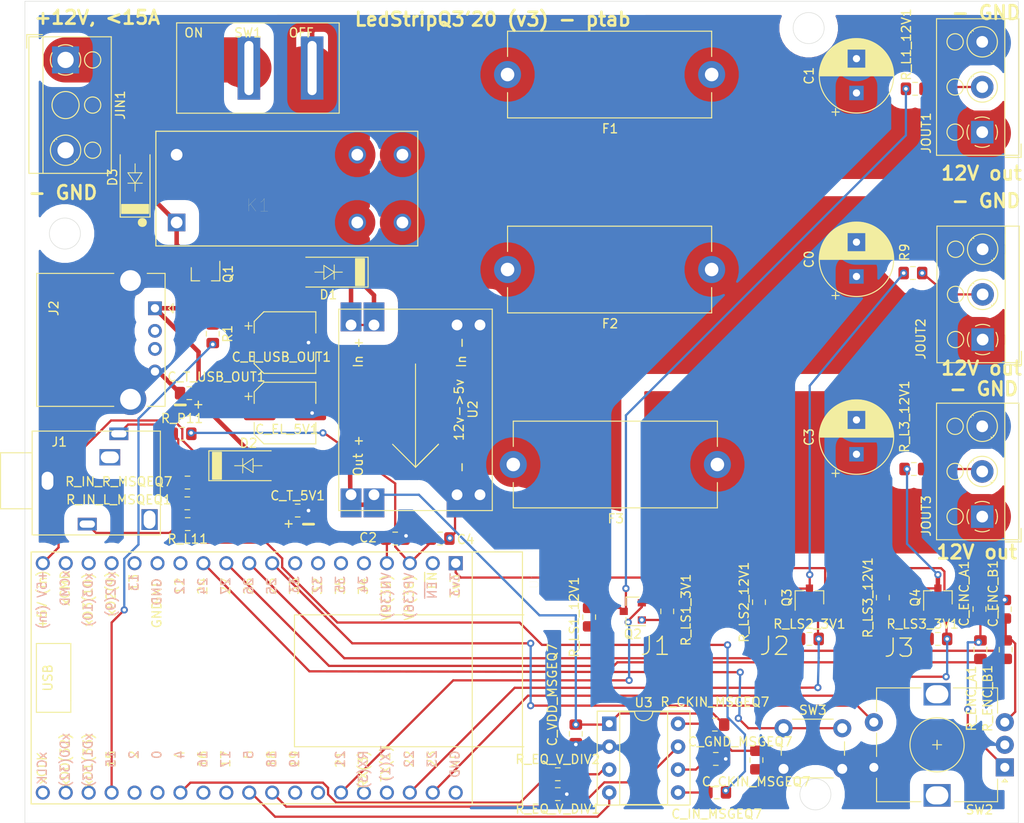
<source format=kicad_pcb>
(kicad_pcb (version 20171130) (host pcbnew 5.1.6+dfsg1-1)
  (layers (0 F.Cu signal) (31 B.Cu signal) (34 B.Paste user hide) (35 F.Paste user hide) (36 B.SilkS user) (37 F.SilkS user) (38 B.Mask user hide) (39 F.Mask user) (44 Edge.Cuts user))
  (net 0 "")
  (net 1 GND)
  (net 2 "Net-(D1-Pad1)")
  (net 3 +5V)
  (net 4 +12V)
  (net 5 "Net-(Q1-Pad1)")
  (net 6 /STRIP3_LOGIC_12V)
  (net 7 /STRIP1_LOGIC_3V)
  (net 8 +3V3)
  (net 9 /STRIP2_LOGIC_12V)
  (net 10 /STRIP2_LOGIC_3V)
  (net 11 /STRIP3_LOGIC_3V)
  (net 12 /RELAY_DRIVER)
  (net 13 "Net-(U1-Pad29)")
  (net 14 "Net-(U1-Pad28)")
  (net 15 /STRIP1_LOGIC_12V)
  (net 16 /12V_JOUT2)
  (net 17 /12V_JOUT1)
  (net 18 /12V_JOUT3)
  (net 19 /12V_PRE_RELAY)
  (net 20 /12V_POST_RELAY)
  (net 21 "Net-(SW2-PadS2)")
  (net 22 "Net-(SW3-Pad1)")
  (net 23 "Net-(C2-Pad2)")
  (net 24 "Net-(C4-Pad2)")
  (net 25 "Net-(Q2-Pad3)")
  (net 26 "Net-(Q3-Pad3)")
  (net 27 "Net-(Q4-Pad3)")
  (net 28 "Net-(C_GND_MSGEQ7-Pad1)")
  (net 29 "Net-(C_IN_MSGEQ7-Pad2)")
  (net 30 "Net-(C_IN_MSGEQ7-Pad1)")
  (net 31 /VDD_5V)
  (net 32 "Net-(J1-PadR)")
  (net 33 "Net-(J1-PadT)")
  (net 34 "Net-(C_CKIN_MSGEQ7-Pad1)")
  (net 35 "Net-(C_ENC_A1-Pad1)")
  (net 36 "Net-(C_ENC_B1-Pad1)")
  (net 37 "Net-(D3-Pad1)")
  (net 38 "Net-(R_ENC_A1-Pad1)")
  (net 39 "Net-(R_ENC_B1-Pad1)")
  (net 40 "Net-(R_EQ_V_DIV1-Pad2)")
  (net 41 "Net-(R_EQ_V_DIV2-Pad2)")
  (module ptabOther:D_SMA_Handsoldering (layer F.Cu) (at 112.2 69.5 90)
    (fp_text reference D3 (at 0 -2.5 90) (layer F.SilkS))
    (fp_text value M1)
    (pad 1 smd rect (at -2.5 0 90) (size 3.5 1.8) (layers F.Cu F.Paste F.Mask) (net 37 "Net-(D3-Pad1)"))
    (pad 2 smd rect (at 2.5 0 90) (size 3.5 1.8) (layers F.Cu F.Paste F.Mask) (net 1 GND))
  )
  (module ptabOther:D_SMA_Handsoldering (layer F.Cu) (at 124.765 101.435)
    (fp_text reference D2 (at 0 -2.5) (layer F.SilkS))
    (fp_text value D_Schottky_SS14)
    (pad 1 smd rect (at -2.5 0) (size 3.5 1.8) (layers F.Cu F.Paste F.Mask) (net 31 /VDD_5V))
    (pad 2 smd rect (at 2.5 0) (size 3.5 1.8) (layers F.Cu F.Paste F.Mask) (net 3 +5V))
  )
  (module ptabOther:D_SMA_Handsoldering (layer F.Cu) (at 133.6 80 180)
    (fp_text reference D1 (at 0 -2.5) (layer F.SilkS))
    (fp_text value D_Schottky_SS14)
    (pad 1 smd rect (at -2.5 0 180) (size 3.5 1.8) (layers F.Cu F.Paste F.Mask) (net 2 "Net-(D1-Pad1)"))
    (pad 2 smd rect (at 2.5 0 180) (size 3.5 1.8) (layers F.Cu F.Paste F.Mask) (net 19 /12V_PRE_RELAY))
  )
  (module ptabEsp32Modules:MOD_ESP32_DEV_DEVKITC-32D (layer F.Cu) (at 127.94 124.93 270)
    (fp_text reference U1 (at -10.829175 -28.446045 270) (layer F.SilkS) (effects (font (size 1.000386 1.000386) (thickness 0.015))))
    (fp_text value MOD_ESP32_DEV_universal)
    (fp_text user GND (at -9.525 13.335 270) (layer F.SilkS))
    (fp_text user 21 (at 9 -6.985 270) (layer F.SilkS))
    (fp_text user "RX(3)" (at 7.93 -9.525 270) (layer F.SilkS) (effects (justify right)))
    (fp_text user "TX(1)" (at 9.5 -12 270) (layer F.SilkS))
    (fp_text user 22 (at 7.93 -14.605 270) (layer F.SilkS) (effects (justify right)))
    (fp_text user 23 (at 7.93 -17.145 270) (layer F.SilkS) (effects (justify right)))
    (fp_text user GND (at 7.93 -19.685 270) (layer F.SilkS) (effects (justify right)))
    (fp_text user 19 (at 7.93 -1.905 270) (layer F.SilkS) (effects (justify right)))
    (fp_text user 18 (at 7.93 0.635 270) (layer F.SilkS) (effects (justify right)))
    (fp_text user 5 (at 7.93 3.175 270) (layer F.SilkS) (effects (justify right)))
    (fp_text user 17 (at 7.93 5.715 270) (layer F.SilkS) (effects (justify right)))
    (fp_text user 16 (at 7.93 8.255 270) (layer F.SilkS) (effects (justify right)))
    (fp_text user 4 (at 7.93 10.795 270) (layer F.SilkS) (effects (justify right)))
    (fp_text user 0 (at 7.93 13.335 270) (layer F.SilkS) (effects (justify right)))
    (fp_text user 2 (at 7.93 15.875 270) (layer F.SilkS) (effects (justify right)))
    (fp_text user 15 (at 7.93 18.415 270) (layer F.SilkS) (effects (justify right)))
    (fp_text user "xD1(33)" (at 6 20.955 270) (layer F.SilkS) (effects (justify right)))
    (fp_text user "xD0(32)" (at 6 23.495 270) (layer F.SilkS) (effects (justify right)))
    (fp_text user xCLK (at 10 26.035 270) (layer F.SilkS))
    (fp_text user "+5V (in)" (at -8.655 26.035 270) (layer F.SilkS))
    (fp_text user xCMD (at -9.925 23.495 270) (layer F.SilkS))
    (fp_text user "xD3(10)" (at -8.655 20.955 270) (layer F.SilkS))
    (fp_text user "xD2(9)" (at -9.29 18.415 270) (layer F.SilkS))
    (fp_text user 13 (at -10.56 15.875 270) (layer F.SilkS))
    (fp_text user GND (at -9.525 13.335 270) (layer F.SilkS))
    (fp_text user 12 (at -10.16 10.795 270) (layer F.SilkS))
    (fp_text user 24 (at -10.16 8.255 270) (layer F.SilkS))
    (fp_text user 27 (at -10.16 5.715 270) (layer F.SilkS))
    (fp_text user 26 (at -10.16 3.175 270) (layer F.SilkS))
    (fp_text user 25 (at -10.16 0.635 270) (layer F.SilkS))
    (fp_text user 33 (at -10.16 -1.905 270) (layer F.SilkS))
    (fp_text user 32 (at -10.16 -4.445 270) (layer F.SilkS))
    (fp_text user 35 (at -10.16 -6.985 270) (layer F.SilkS))
    (fp_text user 34 (at -10.16 -9.525 270) (layer F.SilkS))
    (fp_text user "VN(39)" (at -8.89 -12.065 270) (layer F.SilkS))
    (fp_text user "VP(36)" (at -8.89 -14.605 270) (layer F.SilkS))
    (fp_text user ~EN (at -10.795 -17.145 270) (layer F.SilkS))
    (fp_text user 3v3 (at -10.16 -19.685 270) (layer F.SilkS))
    (fp_text user USB (at 0 25.4 270) (layer F.SilkS))
    (fp_text user 32 (at -10.34 -4.445 270) (layer B.SilkS) (effects (justify mirror)))
    (fp_text user 3v3 (at -10.34 -19.685 270) (layer B.SilkS) (effects (justify mirror)))
    (fp_text user 35 (at -10.34 -6.985 270) (layer B.SilkS) (effects (justify mirror)))
    (fp_text user 33 (at -10.34 -1.905 270) (layer B.SilkS) (effects (justify mirror)))
    (fp_text user 34 (at -10.34 -9.525 270) (layer B.SilkS) (effects (justify mirror)))
    (fp_text user "VN(39)" (at -9.11 -12.065 270) (layer B.SilkS) (effects (justify mirror)))
    (fp_text user ~EN (at -9.705 -17.145 270) (layer B.SilkS) (effects (justify mirror)))
    (fp_text user "VP(36)" (at -9.11 -14.605 270) (layer B.SilkS) (effects (justify mirror)))
    (fp_text user 26 (at -10.16 3.175 270) (layer B.SilkS) (effects (justify mirror)))
    (fp_text user "+5V (in)" (at -8.655 26.035 270) (layer B.SilkS) (effects (justify mirror)))
    (fp_text user GND (at -7.025 13.335 270) (layer F.SilkS))
    (fp_text user 13 (at -10.56 15.875 270) (layer B.SilkS) (effects (justify mirror)))
    (fp_text user "xD3(10)" (at -8.655 20.955 270) (layer B.SilkS) (effects (justify mirror)))
    (fp_text user "xD2(9)" (at -9.29 18.415 270) (layer B.SilkS) (effects (justify mirror)))
    (fp_text user xCMD (at -9.925 23.495 270) (layer B.SilkS) (effects (justify mirror)))
    (fp_text user 27 (at -10.16 5.715 270) (layer B.SilkS) (effects (justify mirror)))
    (fp_text user 12 (at -10.16 10.795 270) (layer B.SilkS) (effects (justify mirror)))
    (fp_text user 24 (at -10.16 8.255 270) (layer B.SilkS) (effects (justify mirror)))
    (fp_text user 25 (at -10.16 0.635 270) (layer B.SilkS) (effects (justify mirror)))
    (fp_text user GND (at -9.525 13.335 270) (layer B.SilkS) (effects (justify mirror)))
    (fp_text user "xD1(33)" (at 6 20.955 270) (layer B.SilkS) (effects (justify left mirror)))
    (fp_text user 15 (at 7.93 18.415 270) (layer B.SilkS) (effects (justify left mirror)))
    (fp_text user GND (at 7.93 -19.685 270) (layer B.SilkS) (effects (justify left mirror)))
    (fp_text user 23 (at 7.93 -17.145 270) (layer B.SilkS) (effects (justify left mirror)))
    (fp_text user 19 (at 7.93 -1.905 270) (layer B.SilkS) (effects (justify left mirror)))
    (fp_text user "RX(3)" (at 7.93 -9.525 270) (layer B.SilkS) (effects (justify left mirror)))
    (fp_text user "TX(1)" (at 9.5 -12 270) (layer B.SilkS) (effects (justify mirror)))
    (fp_text user 17 (at 7.93 5.715 270) (layer B.SilkS) (effects (justify left mirror)))
    (fp_text user 2 (at 7.93 15.875 270) (layer B.SilkS) (effects (justify left mirror)))
    (fp_text user 22 (at 7.93 -14.605 270) (layer B.SilkS) (effects (justify left mirror)))
    (fp_text user xCLK (at 10 26.035 270) (layer B.SilkS) (effects (justify mirror)))
    (fp_text user 5 (at 7.93 3.175 270) (layer B.SilkS) (effects (justify left mirror)))
    (fp_text user 16 (at 7.93 8.255 270) (layer B.SilkS) (effects (justify left mirror)))
    (fp_text user "xD0(32)" (at 6 23.495 270) (layer B.SilkS) (effects (justify left mirror)))
    (fp_text user 18 (at 7.93 0.635 270) (layer B.SilkS) (effects (justify left mirror)))
    (fp_text user 0 (at 7.93 13.335 270) (layer B.SilkS) (effects (justify left mirror)))
    (fp_text user 21 (at 9 -6.985 270) (layer B.SilkS) (effects (justify mirror)))
    (fp_text user 4 (at 7.93 10.795 270) (layer B.SilkS) (effects (justify left mirror)))
    (pad 38 thru_hole circle (at 12.7 25.96 270) (size 1.56 1.56) (drill 1.04) (layers *.Cu *.Mask))
    (pad 37 thru_hole circle (at 12.7 23.42 270) (size 1.56 1.56) (drill 1.04) (layers *.Cu *.Mask))
    (pad 36 thru_hole circle (at 12.7 20.88 270) (size 1.56 1.56) (drill 1.04) (layers *.Cu *.Mask))
    (pad 35 thru_hole circle (at 12.7 18.34 270) (size 1.56 1.56) (drill 1.04) (layers *.Cu *.Mask) (net 12 /RELAY_DRIVER))
    (pad 34 thru_hole circle (at 12.7 15.8 270) (size 1.56 1.56) (drill 1.04) (layers *.Cu *.Mask))
    (pad 33 thru_hole circle (at 12.7 13.26 270) (size 1.56 1.56) (drill 1.04) (layers *.Cu *.Mask))
    (pad 32 thru_hole circle (at 12.7 10.72 270) (size 1.56 1.56) (drill 1.04) (layers *.Cu *.Mask) (net 40 "Net-(R_EQ_V_DIV1-Pad2)"))
    (pad 31 thru_hole circle (at 12.7 8.18 270) (size 1.56 1.56) (drill 1.04) (layers *.Cu *.Mask))
    (pad 30 thru_hole circle (at 12.7 5.64 270) (size 1.56 1.56) (drill 1.04) (layers *.Cu *.Mask))
    (pad 29 thru_hole circle (at 12.7 3.1 270) (size 1.56 1.56) (drill 1.04) (layers *.Cu *.Mask) (net 13 "Net-(U1-Pad29)"))
    (pad 28 thru_hole circle (at 12.7 0.56 270) (size 1.56 1.56) (drill 1.04) (layers *.Cu *.Mask) (net 14 "Net-(U1-Pad28)"))
    (pad 27 thru_hole circle (at 12.7 -1.98 270) (size 1.56 1.56) (drill 1.04) (layers *.Cu *.Mask))
    (pad 26 thru_hole circle (at 12.7 -4.52 270) (size 1.56 1.56) (drill 1.04) (layers *.Cu *.Mask))
    (pad 25 thru_hole circle (at 12.7 -7.06 270) (size 1.56 1.56) (drill 1.04) (layers *.Cu *.Mask) (net 7 /STRIP1_LOGIC_3V))
    (pad 24 thru_hole circle (at 12.7 -9.6 270) (size 1.56 1.56) (drill 1.04) (layers *.Cu *.Mask))
    (pad 23 thru_hole circle (at 12.7 -12.14 270) (size 1.56 1.56) (drill 1.04) (layers *.Cu *.Mask))
    (pad 22 thru_hole circle (at 12.7 -14.68 270) (size 1.56 1.56) (drill 1.04) (layers *.Cu *.Mask) (net 10 /STRIP2_LOGIC_3V))
    (pad 21 thru_hole circle (at 12.7 -17.22 270) (size 1.56 1.56) (drill 1.04) (layers *.Cu *.Mask) (net 11 /STRIP3_LOGIC_3V))
    (pad 20 thru_hole circle (at 12.7 -19.76 270) (size 1.56 1.56) (drill 1.04) (layers *.Cu *.Mask))
    (pad 18 thru_hole circle (at -12.7 23.42 270) (size 1.56 1.56) (drill 1.04) (layers *.Cu *.Mask))
    (pad 17 thru_hole circle (at -12.7 20.88 270) (size 1.56 1.56) (drill 1.04) (layers *.Cu *.Mask))
    (pad 16 thru_hole circle (at -12.7 18.34 270) (size 1.56 1.56) (drill 1.04) (layers *.Cu *.Mask))
    (pad 15 thru_hole circle (at -12.7 15.8 270) (size 1.56 1.56) (drill 1.04) (layers *.Cu *.Mask))
    (pad 14 thru_hole circle (at -12.7 13.26 270) (size 1.56 1.56) (drill 1.04) (layers *.Cu *.Mask))
    (pad 13 thru_hole circle (at -12.7 10.72 270) (size 1.56 1.56) (drill 1.04) (layers *.Cu *.Mask))
    (pad 12 thru_hole circle (at -12.7 8.18 270) (size 1.56 1.56) (drill 1.04) (layers *.Cu *.Mask) (net 22 "Net-(SW3-Pad1)"))
    (pad 11 thru_hole circle (at -12.7 5.64 270) (size 1.56 1.56) (drill 1.04) (layers *.Cu *.Mask) (net 38 "Net-(R_ENC_A1-Pad1)"))
    (pad 10 thru_hole circle (at -12.7 3.1 270) (size 1.56 1.56) (drill 1.04) (layers *.Cu *.Mask) (net 39 "Net-(R_ENC_B1-Pad1)"))
    (pad 9 thru_hole circle (at -12.7 0.56 270) (size 1.56 1.56) (drill 1.04) (layers *.Cu *.Mask) (net 21 "Net-(SW2-PadS2)"))
    (pad 8 thru_hole circle (at -12.7 -1.98 270) (size 1.56 1.56) (drill 1.04) (layers *.Cu *.Mask))
    (pad 7 thru_hole circle (at -12.7 -4.52 270) (size 1.56 1.56) (drill 1.04) (layers *.Cu *.Mask))
    (pad 6 thru_hole circle (at -12.7 -7.06 270) (size 1.56 1.56) (drill 1.04) (layers *.Cu *.Mask))
    (pad 5 thru_hole circle (at -12.7 -9.6 270) (size 1.56 1.56) (drill 1.04) (layers *.Cu *.Mask))
    (pad 4 thru_hole circle (at -12.7 -12.14 270) (size 1.56 1.56) (drill 1.04) (layers *.Cu *.Mask) (net 23 "Net-(C2-Pad2)"))
    (pad 3 thru_hole circle (at -12.7 -14.68 270) (size 1.56 1.56) (drill 1.04) (layers *.Cu *.Mask) (net 24 "Net-(C4-Pad2)"))
    (pad 19 thru_hole circle (at -12.7 25.96 270) (size 1.56 1.56) (drill 1.04) (layers *.Cu *.Mask) (net 31 /VDD_5V))
    (pad 2 thru_hole circle (at -12.7 -17.22 270) (size 1.56 1.56) (drill 1.04) (layers *.Cu *.Mask))
    (pad 1 thru_hole rect (at -12.7 -19.76 270) (size 1.56 1.56) (drill 1.04) (layers *.Cu *.Mask) (net 8 +3V3))
  )
  (module Resistor_SMD:R_0805_2012Metric_Pad1.15x1.40mm_HandSolder (layer F.Cu) (at 159 135.6)
    (fp_text reference R_EQ_V_DIV2 (at 0 -1.65) (layer F.SilkS))
    (fp_text value 10k)
    (pad 2 smd roundrect (at 1.025 0) (size 1.15 1.4) (layers F.Cu F.Paste F.Mask) (roundrect_rratio 0.217391) (net 41 "Net-(R_EQ_V_DIV2-Pad2)"))
    (pad 1 smd roundrect (at -1.025 0) (size 1.15 1.4) (layers F.Cu F.Paste F.Mask) (roundrect_rratio 0.217391) (net 40 "Net-(R_EQ_V_DIV1-Pad2)"))
  )
  (module Resistor_SMD:R_0805_2012Metric_Pad1.15x1.40mm_HandSolder (layer F.Cu) (at 159 137.8 180)
    (fp_text reference R_EQ_V_DIV1 (at 0 -1.65) (layer F.SilkS))
    (fp_text value 10k)
    (pad 2 smd roundrect (at 1.025 0 180) (size 1.15 1.4) (layers F.Cu F.Paste F.Mask) (roundrect_rratio 0.217391) (net 40 "Net-(R_EQ_V_DIV1-Pad2)"))
    (pad 1 smd roundrect (at -1.025 0 180) (size 1.15 1.4) (layers F.Cu F.Paste F.Mask) (roundrect_rratio 0.217391) (net 1 GND))
  )
  (module Connector_USB:USB_A_CONNFLY_DS1095-WNR0 (layer F.Cu) (at 114.4 84 270)
    (fp_text reference J2 (at 0 11.2 90) (layer F.SilkS))
    (fp_text value USB_POWER_OUT)
    (pad 4 thru_hole circle (at 7 0 270) (size 1.524 1.524) (drill 0.92) (layers *.Cu *.Mask) (net 1 GND))
    (pad 3 thru_hole circle (at 4.5 0 270) (size 1.524 1.524) (drill 0.92) (layers *.Cu *.Mask))
    (pad 2 thru_hole circle (at 2.5 0 270) (size 1.524 1.524) (drill 0.92) (layers *.Cu *.Mask))
    (pad 1 thru_hole rect (at 0 0 270) (size 1.524 1.524) (drill 0.92) (layers *.Cu *.Mask) (net 3 +5V))
    (pad 5 thru_hole circle (at -3.07 2.71 270) (size 3.5 3.5) (drill 2.3) (layers *.Cu *.Mask) (net 1 GND))
    (pad 5 thru_hole circle (at 10.07 2.71 270) (size 3.5 3.5) (drill 2.3) (layers *.Cu *.Mask) (net 1 GND))
  )
  (module Capacitor_SMD:C_0805_2012Metric_Pad1.15x1.40mm_HandSolder (layer F.Cu) (at 118.2 93.4 180)
    (fp_text reference C_T_USB_OUT1 (at -3 1.8) (layer F.SilkS))
    (fp_text value >1uF)
    (pad 2 smd roundrect (at 1.025 0 180) (size 1.15 1.4) (layers F.Cu F.Paste F.Mask) (roundrect_rratio 0.217391) (net 1 GND))
    (pad 1 smd roundrect (at -1.025 0 180) (size 1.15 1.4) (layers F.Cu F.Paste F.Mask) (roundrect_rratio 0.217391) (net 3 +5V))
  )
  (module Capacitor_SMD:C_0805_2012Metric_Pad1.15x1.40mm_HandSolder (layer F.Cu) (at 130.2 106.4)
    (fp_text reference C_T_5V1 (at 0 -1.65) (layer F.SilkS))
    (fp_text value 1uF)
    (pad 2 smd roundrect (at 1.025 0) (size 1.15 1.4) (layers F.Cu F.Paste F.Mask) (roundrect_rratio 0.217391) (net 1 GND))
    (pad 1 smd roundrect (at -1.025 0) (size 1.15 1.4) (layers F.Cu F.Paste F.Mask) (roundrect_rratio 0.217391) (net 3 +5V))
  )
  (module Capacitor_SMD:CP_Elec_6.3x5.4 (layer F.Cu) (at 128.8 95.6)
    (fp_text reference C_EL_5V1 (at 0.2 1.8) (layer F.SilkS))
    (fp_text value >50uF)
    (pad 2 smd roundrect (at 2.8 0) (size 3.5 1.6) (layers F.Cu F.Paste F.Mask) (roundrect_rratio 0.15625) (net 1 GND))
    (pad 1 smd roundrect (at -2.8 0) (size 3.5 1.6) (layers F.Cu F.Paste F.Mask) (roundrect_rratio 0.15625) (net 3 +5V))
  )
  (module Capacitor_SMD:CP_Elec_6.3x5.4 (layer F.Cu) (at 128.8 87.8)
    (fp_text reference C_E_USB_OUT1 (at -0.4 1.6) (layer F.SilkS))
    (fp_text value >20uF)
    (pad 2 smd roundrect (at 2.8 0) (size 3.5 1.6) (layers F.Cu F.Paste F.Mask) (roundrect_rratio 0.15625) (net 1 GND))
    (pad 1 smd roundrect (at -2.8 0) (size 3.5 1.6) (layers F.Cu F.Paste F.Mask) (roundrect_rratio 0.15625) (net 3 +5V))
  )
  (module ptabOther:ROCKER_SWITCH_7x0.5mm (layer F.Cu) (at 124.8 57.4)
    (fp_text reference SW1 (at -0.1 -3.9) (layer F.SilkS))
    (fp_text value SW_DIP_x01)
    (fp_text user OFF (at 5.8 -3.9) (layer F.SilkS))
    (fp_text user ON (at -6.1 -3.9) (layer F.SilkS))
    (pad 2 thru_hole rect (at 7 0 90) (size 7 2.5) (drill oval 6 1) (layers *.Cu *.Mask) (net 19 /12V_PRE_RELAY))
    (pad 1 thru_hole rect (at 0 0 90) (size 7 2.5) (drill oval 6 1) (layers *.Cu *.Mask) (net 4 +12V))
  )
  (module Fuse:Fuseholder_Cylinder-5x20mm_Stelvio-Kontek_PTF78_Horizontal_Open (layer F.Cu) (at 176.675 101.3 180)
    (fp_text reference F3 (at 11.25 -6) (layer F.SilkS))
    (fp_text value V12A5-10)
    (pad 2 thru_hole circle (at 22.6 0 180) (size 3 3) (drill 1.5) (layers *.Cu *.Mask) (net 20 /12V_POST_RELAY))
    (pad 1 thru_hole circle (at 0 0 180) (size 3 3) (drill 1.5) (layers *.Cu *.Mask) (net 18 /12V_JOUT3))
  )
  (module Fuse:Fuseholder_Cylinder-5x20mm_Stelvio-Kontek_PTF78_Horizontal_Open (layer F.Cu) (at 176.04 79.71 180)
    (fp_text reference F2 (at 11.25 -6) (layer F.SilkS))
    (fp_text value V12A5-10)
    (pad 2 thru_hole circle (at 22.6 0 180) (size 3 3) (drill 1.5) (layers *.Cu *.Mask) (net 20 /12V_POST_RELAY))
    (pad 1 thru_hole circle (at 0 0 180) (size 3 3) (drill 1.5) (layers *.Cu *.Mask) (net 16 /12V_JOUT2))
  )
  (module Fuse:Fuseholder_Cylinder-5x20mm_Stelvio-Kontek_PTF78_Horizontal_Open (layer F.Cu) (at 176.04 58.12 180)
    (fp_text reference F1 (at 11.25 -6) (layer F.SilkS))
    (fp_text value V12A5-10)
    (pad 2 thru_hole circle (at 22.6 0 180) (size 3 3) (drill 1.5) (layers *.Cu *.Mask) (net 20 /12V_POST_RELAY))
    (pad 1 thru_hole circle (at 0 0 180) (size 3 3) (drill 1.5) (layers *.Cu *.Mask) (net 17 /12V_JOUT1))
  )
  (module "ptabOther:TerminalBlock_RND_205-00023_1x02_P10.00mm_Horizontal(2mmdrill)" (layer F.Cu) (at 104.5 56.5 270)
    (fp_text reference JIN1 (at 5 -6.06 90) (layer F.SilkS))
    (fp_text value Screw_Terminal_01x02)
    (pad 2 thru_hole circle (at 10 0 270) (size 3 3) (drill 1.8) (layers *.Cu *.Mask) (net 1 GND))
    (pad 1 thru_hole rect (at 0 0 270) (size 3 3) (drill 1.8) (layers *.Cu *.Mask) (net 4 +12V))
  )
  (module Package_DIP:DIP-8_W7.62mm_Socket (layer F.Cu) (at 164.7 130)
    (fp_text reference U3 (at 3.81 -2.33) (layer F.SilkS))
    (fp_text value MSGEQ7)
    (pad 8 thru_hole oval (at 7.62 0) (size 1.6 1.6) (drill 0.8) (layers *.Cu *.Mask) (net 34 "Net-(C_CKIN_MSGEQ7-Pad1)"))
    (pad 4 thru_hole oval (at 0 7.62) (size 1.6 1.6) (drill 0.8) (layers *.Cu *.Mask) (net 13 "Net-(U1-Pad29)"))
    (pad 7 thru_hole oval (at 7.62 2.54) (size 1.6 1.6) (drill 0.8) (layers *.Cu *.Mask) (net 14 "Net-(U1-Pad28)"))
    (pad 3 thru_hole oval (at 0 5.08) (size 1.6 1.6) (drill 0.8) (layers *.Cu *.Mask) (net 41 "Net-(R_EQ_V_DIV2-Pad2)"))
    (pad 6 thru_hole oval (at 7.62 5.08) (size 1.6 1.6) (drill 0.8) (layers *.Cu *.Mask) (net 28 "Net-(C_GND_MSGEQ7-Pad1)"))
    (pad 2 thru_hole oval (at 0 2.54) (size 1.6 1.6) (drill 0.8) (layers *.Cu *.Mask) (net 1 GND))
    (pad 5 thru_hole oval (at 7.62 7.62) (size 1.6 1.6) (drill 0.8) (layers *.Cu *.Mask) (net 29 "Net-(C_IN_MSGEQ7-Pad2)"))
    (pad 1 thru_hole rect (at 0 0) (size 1.6 1.6) (drill 0.8) (layers *.Cu *.Mask) (net 3 +5V))
  )
  (module Resistor_SMD:R_0805_2012Metric_Pad1.15x1.40mm_HandSolder (layer F.Cu) (at 118 103.3)
    (fp_text reference R_IN_R_MSQEQ7 (at -7.6 -0.1) (layer F.SilkS))
    (fp_text value 22k)
    (pad 2 smd roundrect (at 1.025 0) (size 1.15 1.4) (layers F.Cu F.Paste F.Mask) (roundrect_rratio 0.217391) (net 30 "Net-(C_IN_MSGEQ7-Pad1)"))
    (pad 1 smd roundrect (at -1.025 0) (size 1.15 1.4) (layers F.Cu F.Paste F.Mask) (roundrect_rratio 0.217391) (net 32 "Net-(J1-PadR)"))
  )
  (module Resistor_SMD:R_0805_2012Metric_Pad1.15x1.40mm_HandSolder (layer F.Cu) (at 117.975 105.6)
    (fp_text reference R_IN_L_MSQEQ1 (at -7.575 -0.4) (layer F.SilkS))
    (fp_text value 22k)
    (pad 2 smd roundrect (at 1.025 0) (size 1.15 1.4) (layers F.Cu F.Paste F.Mask) (roundrect_rratio 0.217391) (net 30 "Net-(C_IN_MSGEQ7-Pad1)"))
    (pad 1 smd roundrect (at -1.025 0) (size 1.15 1.4) (layers F.Cu F.Paste F.Mask) (roundrect_rratio 0.217391) (net 33 "Net-(J1-PadT)"))
  )
  (module Resistor_SMD:R_0805_2012Metric_Pad1.15x1.40mm_HandSolder (layer F.Cu) (at 176.4 130.1)
    (fp_text reference R_CKIN_MSGEQ7 (at 0 -2.5) (layer F.SilkS))
    (fp_text value 200k)
    (pad 2 smd roundrect (at 1.025 0) (size 1.15 1.4) (layers F.Cu F.Paste F.Mask) (roundrect_rratio 0.217391) (net 3 +5V))
    (pad 1 smd roundrect (at -1.025 0) (size 1.15 1.4) (layers F.Cu F.Paste F.Mask) (roundrect_rratio 0.217391) (net 34 "Net-(C_CKIN_MSGEQ7-Pad1)"))
  )
  (module Resistor_SMD:R_0805_2012Metric_Pad1.15x1.40mm_HandSolder (layer F.Cu) (at 205.8 121.8 90)
    (fp_text reference R_ENC_A1 (at -5.4 -1 90) (layer F.SilkS))
    (fp_text value 10k)
    (pad 2 smd roundrect (at 1.025 0 90) (size 1.15 1.4) (layers F.Cu F.Paste F.Mask) (roundrect_rratio 0.217391) (net 35 "Net-(C_ENC_A1-Pad1)"))
    (pad 1 smd roundrect (at -1.025 0 90) (size 1.15 1.4) (layers F.Cu F.Paste F.Mask) (roundrect_rratio 0.217391) (net 38 "Net-(R_ENC_A1-Pad1)"))
  )
  (module Resistor_SMD:R_0805_2012Metric_Pad1.15x1.40mm_HandSolder (layer F.Cu) (at 208.6 121.8 90)
    (fp_text reference R_ENC_B1 (at -5.4 -2 90) (layer F.SilkS))
    (fp_text value 10k)
    (pad 2 smd roundrect (at 1.025 0 90) (size 1.15 1.4) (layers F.Cu F.Paste F.Mask) (roundrect_rratio 0.217391) (net 36 "Net-(C_ENC_B1-Pad1)"))
    (pad 1 smd roundrect (at -1.025 0 90) (size 1.15 1.4) (layers F.Cu F.Paste F.Mask) (roundrect_rratio 0.217391) (net 39 "Net-(R_ENC_B1-Pad1)"))
  )
  (module Resistor_SMD:R_0805_2012Metric_Pad1.15x1.40mm_HandSolder (layer F.Cu) (at 118.025 107.9 180)
    (fp_text reference R_L11 (at 0 -1.65) (layer F.SilkS))
    (fp_text value xxk?)
    (pad 2 smd roundrect (at 1.025 0 180) (size 1.15 1.4) (layers F.Cu F.Paste F.Mask) (roundrect_rratio 0.217391) (net 33 "Net-(J1-PadT)"))
    (pad 1 smd roundrect (at -1.025 0 180) (size 1.15 1.4) (layers F.Cu F.Paste F.Mask) (roundrect_rratio 0.217391) (net 23 "Net-(C2-Pad2)"))
  )
  (module Resistor_SMD:R_0805_2012Metric_Pad1.15x1.40mm_HandSolder (layer F.Cu) (at 117.4 97.9 180)
    (fp_text reference R_P11 (at 0 1.7) (layer F.SilkS))
    (fp_text value xxk?)
    (pad 2 smd roundrect (at 1.025 0 180) (size 1.15 1.4) (layers F.Cu F.Paste F.Mask) (roundrect_rratio 0.217391) (net 32 "Net-(J1-PadR)"))
    (pad 1 smd roundrect (at -1.025 0 180) (size 1.15 1.4) (layers F.Cu F.Paste F.Mask) (roundrect_rratio 0.217391) (net 24 "Net-(C4-Pad2)"))
  )
  (module Capacitor_SMD:C_0805_2012Metric_Pad1.15x1.40mm_HandSolder (layer F.Cu) (at 161 131.125 90)
    (fp_text reference C_VDD_MSGEQ7 (at 4.325 -2.6 90) (layer F.SilkS))
    (fp_text value 0.1uF)
    (pad 2 smd roundrect (at 1.025 0 90) (size 1.15 1.4) (layers F.Cu F.Paste F.Mask) (roundrect_rratio 0.217391) (net 3 +5V))
    (pad 1 smd roundrect (at -1.025 0 90) (size 1.15 1.4) (layers F.Cu F.Paste F.Mask) (roundrect_rratio 0.217391) (net 1 GND))
  )
  (module Capacitor_SMD:C_0805_2012Metric_Pad1.15x1.40mm_HandSolder (layer F.Cu) (at 176.6 137.6 180)
    (fp_text reference C_IN_MSGEQ7 (at 0 -2.4) (layer F.SilkS))
    (fp_text value 10nF)
    (pad 2 smd roundrect (at 1.025 0 180) (size 1.15 1.4) (layers F.Cu F.Paste F.Mask) (roundrect_rratio 0.217391) (net 29 "Net-(C_IN_MSGEQ7-Pad2)"))
    (pad 1 smd roundrect (at -1.025 0 180) (size 1.15 1.4) (layers F.Cu F.Paste F.Mask) (roundrect_rratio 0.217391) (net 30 "Net-(C_IN_MSGEQ7-Pad1)"))
  )
  (module Capacitor_SMD:C_0805_2012Metric_Pad1.15x1.40mm_HandSolder (layer F.Cu) (at 176.5 133.9)
    (fp_text reference C_GND_MSGEQ7 (at 2.7 -1.9 180) (layer F.SilkS))
    (fp_text value 0.1uF)
    (pad 2 smd roundrect (at 1.025 0) (size 1.15 1.4) (layers F.Cu F.Paste F.Mask) (roundrect_rratio 0.217391) (net 1 GND))
    (pad 1 smd roundrect (at -1.025 0) (size 1.15 1.4) (layers F.Cu F.Paste F.Mask) (roundrect_rratio 0.217391) (net 28 "Net-(C_GND_MSGEQ7-Pad1)"))
  )
  (module Capacitor_SMD:C_0805_2012Metric_Pad1.15x1.40mm_HandSolder (layer F.Cu) (at 181 134.025 270)
    (fp_text reference C_CKIN_MSGEQ7 (at 2.4 0.025) (layer F.SilkS))
    (fp_text value 33pF)
    (pad 2 smd roundrect (at 1.025 0 270) (size 1.15 1.4) (layers F.Cu F.Paste F.Mask) (roundrect_rratio 0.217391) (net 1 GND))
    (pad 1 smd roundrect (at -1.025 0 270) (size 1.15 1.4) (layers F.Cu F.Paste F.Mask) (roundrect_rratio 0.217391) (net 34 "Net-(C_CKIN_MSGEQ7-Pad1)"))
  )
  (module Capacitor_SMD:C_0805_2012Metric_Pad1.15x1.40mm_HandSolder (layer F.Cu) (at 205.7 117.3 90)
    (fp_text reference C_ENC_A1 (at 1.7 -1.7 90) (layer F.SilkS))
    (fp_text value 10nF)
    (pad 2 smd roundrect (at 1.025 0 90) (size 1.15 1.4) (layers F.Cu F.Paste F.Mask) (roundrect_rratio 0.217391) (net 1 GND))
    (pad 1 smd roundrect (at -1.025 0 90) (size 1.15 1.4) (layers F.Cu F.Paste F.Mask) (roundrect_rratio 0.217391) (net 35 "Net-(C_ENC_A1-Pad1)"))
  )
  (module Capacitor_SMD:C_0805_2012Metric_Pad1.15x1.40mm_HandSolder (layer F.Cu) (at 208.5 117.325 90)
    (fp_text reference C_ENC_B1 (at 1.725 -1.3 90) (layer F.SilkS))
    (fp_text value 10nF)
    (pad 2 smd roundrect (at 1.025 0 90) (size 1.15 1.4) (layers F.Cu F.Paste F.Mask) (roundrect_rratio 0.217391) (net 1 GND))
    (pad 1 smd roundrect (at -1.025 0 90) (size 1.15 1.4) (layers F.Cu F.Paste F.Mask) (roundrect_rratio 0.217391) (net 36 "Net-(C_ENC_B1-Pad1)"))
  )
  (module Resistor_SMD:R_0805_2012Metric_Pad1.15x1.40mm_HandSolder (layer F.Cu) (at 198.425 101.8)
    (fp_text reference R_L3_12V1 (at -1.025 -5.8 90) (layer F.SilkS))
    (fp_text value 300)
    (pad 2 smd roundrect (at 1.025 0) (size 1.15 1.4) (layers F.Cu F.Paste F.Mask) (roundrect_rratio 0.217391) (net 6 /STRIP3_LOGIC_12V))
    (pad 1 smd roundrect (at -1.025 0) (size 1.15 1.4) (layers F.Cu F.Paste F.Mask) (roundrect_rratio 0.217391) (net 27 "Net-(Q4-Pad3)"))
  )
  (module Resistor_SMD:R_0805_2012Metric_Pad1.15x1.40mm_HandSolder (layer F.Cu) (at 198.325 80.1)
    (fp_text reference R9 (at -0.925 -2.3 90) (layer F.SilkS))
    (fp_text value R_L2_12V)
    (pad 2 smd roundrect (at 1.025 0) (size 1.15 1.4) (layers F.Cu F.Paste F.Mask) (roundrect_rratio 0.217391) (net 9 /STRIP2_LOGIC_12V))
    (pad 1 smd roundrect (at -1.025 0) (size 1.15 1.4) (layers F.Cu F.Paste F.Mask) (roundrect_rratio 0.217391) (net 26 "Net-(Q3-Pad3)"))
  )
  (module Resistor_SMD:R_0805_2012Metric_Pad1.15x1.40mm_HandSolder (layer F.Cu) (at 198.575 59.7)
    (fp_text reference R_L1_12V1 (at -0.975 -4.9 90) (layer F.SilkS))
    (fp_text value 300)
    (pad 2 smd roundrect (at 1.025 0) (size 1.15 1.4) (layers F.Cu F.Paste F.Mask) (roundrect_rratio 0.217391) (net 15 /STRIP1_LOGIC_12V))
    (pad 1 smd roundrect (at -1.025 0) (size 1.15 1.4) (layers F.Cu F.Paste F.Mask) (roundrect_rratio 0.217391) (net 25 "Net-(Q2-Pad3)"))
  )
  (module Capacitor_SMD:C_0805_2012Metric_Pad1.15x1.40mm_HandSolder (layer F.Cu) (at 145.975 109.5 180)
    (fp_text reference C4 (at -2.825 -0.1) (layer F.SilkS))
    (fp_text value 0.1uF)
    (pad 2 smd roundrect (at 1.025 0 180) (size 1.15 1.4) (layers F.Cu F.Paste F.Mask) (roundrect_rratio 0.217391) (net 24 "Net-(C4-Pad2)"))
    (pad 1 smd roundrect (at -1.025 0 180) (size 1.15 1.4) (layers F.Cu F.Paste F.Mask) (roundrect_rratio 0.217391) (net 1 GND))
  )
  (module Capacitor_SMD:C_0805_2012Metric_Pad1.15x1.40mm_HandSolder (layer F.Cu) (at 141 109.5 180)
    (fp_text reference C2 (at 3 0.1) (layer F.SilkS))
    (fp_text value 0.1uF)
    (pad 2 smd roundrect (at 1.025 0 180) (size 1.15 1.4) (layers F.Cu F.Paste F.Mask) (roundrect_rratio 0.217391) (net 23 "Net-(C2-Pad2)"))
    (pad 1 smd roundrect (at -1.025 0 180) (size 1.15 1.4) (layers F.Cu F.Paste F.Mask) (roundrect_rratio 0.217391) (net 1 GND))
  )
  (module Capacitor_THT:CP_Radial_D8.0mm_P3.80mm (layer F.Cu) (at 192.075 80.48 90)
    (fp_text reference C0 (at 1.9 -5.25 90) (layer F.SilkS))
    (fp_text value >0.47uF)
    (pad 2 thru_hole circle (at 3.8 0 90) (size 1.6 1.6) (drill 0.8) (layers *.Cu *.Mask) (net 1 GND))
    (pad 1 thru_hole rect (at 0 0 90) (size 1.6 1.6) (drill 0.8) (layers *.Cu *.Mask) (net 16 /12V_JOUT2))
  )
  (module Button_Switch_THT:SW_PUSH_6mm (layer F.Cu) (at 184 130.5)
    (fp_text reference SW3 (at 3.25 -2) (layer F.SilkS))
    (fp_text value SW_Push)
    (pad 1 thru_hole circle (at 6.5 0 90) (size 2 2) (drill 1.1) (layers *.Cu *.Mask) (net 22 "Net-(SW3-Pad1)"))
    (pad 2 thru_hole circle (at 6.5 4.5 90) (size 2 2) (drill 1.1) (layers *.Cu *.Mask) (net 1 GND))
    (pad 1 thru_hole circle (at 0 0 90) (size 2 2) (drill 1.1) (layers *.Cu *.Mask) (net 22 "Net-(SW3-Pad1)"))
    (pad 2 thru_hole circle (at 0 4.5 90) (size 2 2) (drill 1.1) (layers *.Cu *.Mask) (net 1 GND))
  )
  (module Rotary_Encoder:RotaryEncoder_Alps_EC12E-Switch_Vertical_H20mm (layer F.Cu) (at 208.5 134.836 180)
    (fp_text reference SW2 (at 2.8 -4.7) (layer F.SilkS))
    (fp_text value Rotary_Encoder_Switch)
    (pad A thru_hole rect (at 0 0 180) (size 2 2) (drill 1) (layers *.Cu *.Mask) (net 35 "Net-(C_ENC_A1-Pad1)"))
    (pad C thru_hole circle (at 0 2.5 180) (size 2 2) (drill 1) (layers *.Cu *.Mask) (net 1 GND))
    (pad B thru_hole circle (at 0 5 180) (size 2 2) (drill 1) (layers *.Cu *.Mask) (net 36 "Net-(C_ENC_B1-Pad1)"))
    (pad MP thru_hole rect (at 7.5 -3.1 180) (size 3 2.5) (drill oval 2.5 2) (layers *.Cu *.Mask))
    (pad MP thru_hole rect (at 7.5 8.1 180) (size 3 2.5) (drill oval 2.5 2) (layers *.Cu *.Mask))
    (pad S1 thru_hole circle (at 14.5 0 180) (size 2 2) (drill 1) (layers *.Cu *.Mask) (net 1 GND))
    (pad S2 thru_hole circle (at 14.5 5 180) (size 2 2) (drill 1) (layers *.Cu *.Mask) (net 21 "Net-(SW2-PadS2)"))
  )
  (module ptabOther:AudioJack3_SwitchTR_PJ3024 (layer F.Cu) (at 100.8 103.1)
    (fp_text reference J1 (at 3 -4.3) (layer F.SilkS))
    (fp_text value AudioJack3_SwitchTR)
    (pad R thru_hole rect (at 9.6 -5.2) (size 2.1 1.4) (drill oval 1.7 0.8) (layers *.Cu *.Mask) (net 32 "Net-(J1-PadR)"))
    (pad T thru_hole rect (at 6.1 4.8) (size 2.1 1.4) (drill oval 1.7 0.8) (layers *.Cu *.Mask) (net 33 "Net-(J1-PadT)"))
    (pad TN thru_hole rect (at 13 4.3 90) (size 2.3 1.8) (drill oval 2 1.3) (layers *.Cu *.Mask))
    (pad RN thru_hole rect (at 8.6 -2.6 180) (size 2.3 1.8) (drill oval 2 1.3) (layers *.Cu *.Mask))
    (pad S thru_hole rect (at 1.7 0 270) (size 2.3 1.8) (drill oval 2 1.3) (layers *.Cu *.Mask) (net 1 GND))
  )
  (module Capacitor_THT:CP_Radial_D8.0mm_P3.80mm (layer F.Cu) (at 192.075 100.165 90)
    (fp_text reference C3 (at 1.9 -5.25 90) (layer F.SilkS))
    (fp_text value >47uF)
    (pad 2 thru_hole circle (at 3.8 0 90) (size 1.6 1.6) (drill 0.8) (layers *.Cu *.Mask) (net 1 GND))
    (pad 1 thru_hole rect (at 0 0 90) (size 1.6 1.6) (drill 0.8) (layers *.Cu *.Mask) (net 18 /12V_JOUT3))
  )
  (module Capacitor_THT:CP_Radial_D8.0mm_P3.80mm (layer F.Cu) (at 192.075 60.16 90)
    (fp_text reference C1 (at 1.9 -5.25 90) (layer F.SilkS))
    (fp_text value 47uF)
    (pad 2 thru_hole circle (at 3.8 0 90) (size 1.6 1.6) (drill 0.8) (layers *.Cu *.Mask) (net 1 GND))
    (pad 1 thru_hole rect (at 0 0 90) (size 1.6 1.6) (drill 0.8) (layers *.Cu *.Mask) (net 17 /12V_JOUT1))
  )
  (module ptabOther:DC_STEP_DOWN_MODULE_223_17 (layer F.Cu) (at 143.25 95.25 270)
    (fp_text reference U2 (at -0.05 -6.35 90) (layer F.SilkS))
    (fp_text value 5V_STEP_DOWN)
    (fp_text user "Out +" (at 5.08 6.35 90) (layer F.SilkS))
    (fp_text user "In +" (at -6.35 6.35 90) (layer F.SilkS))
    (fp_text user - (at 6.35 -5.08 90) (layer F.SilkS))
    (fp_text user "In -" (at -6.35 -5.08 90) (layer F.SilkS))
    (fp_text user 12v->5v (at 0 -4.826 90) (layer F.SilkS))
    (pad 2 thru_hole rect (at -9.4 4.6 270) (size 3.2 2.3) (drill 1.2 (offset -0.9 0)) (layers *.Cu *.Mask) (net 2 "Net-(D1-Pad1)"))
    (pad 2 thru_hole rect (at -9.4 7.14 270) (size 3.2 2.3) (drill 1.2 (offset -0.9 0)) (layers *.Cu *.Mask) (net 2 "Net-(D1-Pad1)"))
    (pad 1 thru_hole rect (at 9.4 -7.14 270) (size 3.2 2.3) (drill 1.2 (offset 0.9 0)) (layers *.Cu *.Mask) (net 1 GND))
    (pad 1 thru_hole rect (at -9.4 -4.6 270) (size 3.2 2.3) (drill 1.2 (offset -0.9 0)) (layers *.Cu *.Mask) (net 1 GND))
    (pad 3 thru_hole rect (at 9.4 7.14 270) (size 3.2 2.3) (drill 1.2 (offset 0.9 0)) (layers *.Cu *.Mask) (net 3 +5V))
    (pad 3 thru_hole rect (at 9.4 4.6 270) (size 3.2 2.3) (drill 1.2 (offset 0.9 0)) (layers *.Cu *.Mask) (net 3 +5V))
    (pad 1 thru_hole rect (at -9.4 -7.14 270) (size 3.2 2.3) (drill 1.2 (offset -0.9 0)) (layers *.Cu *.Mask) (net 1 GND))
    (pad 1 thru_hole rect (at 9.4 -4.6 270) (size 3.2 2.3) (drill 1.2 (offset 0.9 0)) (layers *.Cu *.Mask) (net 1 GND))
  )
  (module Resistor_SMD:R_0805_2012Metric_Pad1.15x1.40mm_HandSolder (layer F.Cu) (at 194.996 116.04 90)
    (fp_text reference R_LS3_12V1 (at 0 -1.65 90) (layer F.SilkS))
    (fp_text value 4k7)
    (pad 2 smd roundrect (at 1.025 0 90) (size 1.15 1.4) (layers F.Cu F.Paste F.Mask) (roundrect_rratio 0.217391) (net 27 "Net-(Q4-Pad3)"))
    (pad 1 smd roundrect (at -1.025 0 90) (size 1.15 1.4) (layers F.Cu F.Paste F.Mask) (roundrect_rratio 0.217391))
  )
  (module Resistor_SMD:R_0805_2012Metric_Pad1.15x1.40mm_HandSolder (layer F.Cu) (at 181.28 116.548 90)
    (fp_text reference R_LS2_12V1 (at 0 -1.65 90) (layer F.SilkS))
    (fp_text value 4k7)
    (pad 2 smd roundrect (at 1.025 0 90) (size 1.15 1.4) (layers F.Cu F.Paste F.Mask) (roundrect_rratio 0.217391) (net 26 "Net-(Q3-Pad3)"))
    (pad 1 smd roundrect (at -1.025 0 90) (size 1.15 1.4) (layers F.Cu F.Paste F.Mask) (roundrect_rratio 0.217391))
  )
  (module Resistor_SMD:R_0805_2012Metric_Pad1.15x1.40mm_HandSolder (layer F.Cu) (at 162.475 118.199 90)
    (fp_text reference R_LS1_12V1 (at 0 -1.65 90) (layer F.SilkS))
    (fp_text value 4k7)
    (pad 2 smd roundrect (at 1.025 0 90) (size 1.15 1.4) (layers F.Cu F.Paste F.Mask) (roundrect_rratio 0.217391) (net 25 "Net-(Q2-Pad3)"))
    (pad 1 smd roundrect (at -1.025 0 90) (size 1.15 1.4) (layers F.Cu F.Paste F.Mask) (roundrect_rratio 0.217391))
  )
  (module Resistor_SMD:R_0805_2012Metric_Pad1.15x1.40mm_HandSolder (layer F.Cu) (at 201.092 120.612)
    (fp_text reference R_LS3_3V1 (at -1.692 -1.65) (layer F.SilkS))
    (fp_text value 4k7)
    (pad 2 smd roundrect (at 1.025 0) (size 1.15 1.4) (layers F.Cu F.Paste F.Mask) (roundrect_rratio 0.217391) (net 11 /STRIP3_LOGIC_3V))
    (pad 1 smd roundrect (at -1.025 0) (size 1.15 1.4) (layers F.Cu F.Paste F.Mask) (roundrect_rratio 0.217391) (net 8 +3V3))
  )
  (module Resistor_SMD:R_0805_2012Metric_Pad1.15x1.40mm_HandSolder (layer F.Cu) (at 186.868 120.612)
    (fp_text reference R_LS2_3V1 (at 0 -1.65) (layer F.SilkS))
    (fp_text value 4k7)
    (pad 2 smd roundrect (at 1.025 0) (size 1.15 1.4) (layers F.Cu F.Paste F.Mask) (roundrect_rratio 0.217391) (net 10 /STRIP2_LOGIC_3V))
    (pad 1 smd roundrect (at -1.025 0) (size 1.15 1.4) (layers F.Cu F.Paste F.Mask) (roundrect_rratio 0.217391) (net 8 +3V3))
  )
  (module Resistor_SMD:R_0805_2012Metric_Pad1.15x1.40mm_HandSolder (layer F.Cu) (at 171.12 117.564 90)
    (fp_text reference R_LS1_3V1 (at 0.164 2.08 90) (layer F.SilkS))
    (fp_text value 4k7)
    (pad 2 smd roundrect (at 1.025 0 90) (size 1.15 1.4) (layers F.Cu F.Paste F.Mask) (roundrect_rratio 0.217391) (net 7 /STRIP1_LOGIC_3V))
    (pad 1 smd roundrect (at -1.025 0 90) (size 1.15 1.4) (layers F.Cu F.Paste F.Mask) (roundrect_rratio 0.217391) (net 8 +3V3))
  )
  (module Resistor_SMD:R_0805_2012Metric_Pad1.15x1.40mm_HandSolder (layer F.Cu) (at 120.8 86.825 270)
    (fp_text reference R1 (at 0 -1.65 90) (layer F.SilkS))
    (fp_text value ~47ohm)
    (pad 2 smd roundrect (at 1.025 0 270) (size 1.15 1.4) (layers F.Cu F.Paste F.Mask) (roundrect_rratio 0.217391) (net 12 /RELAY_DRIVER))
    (pad 1 smd roundrect (at -1.025 0 270) (size 1.15 1.4) (layers F.Cu F.Paste F.Mask) (roundrect_rratio 0.217391) (net 5 "Net-(Q1-Pad1)"))
  )
  (module Package_TO_SOT_SMD:SOT-23 (layer F.Cu) (at 201.092 116.04 90)
    (fp_text reference Q4 (at 0 -2.5 90) (layer F.SilkS))
    (fp_text value AO3400)
    (pad 3 smd rect (at 1 0 90) (size 0.9 0.8) (layers F.Cu F.Paste F.Mask) (net 27 "Net-(Q4-Pad3)"))
    (pad 2 smd rect (at -1 0.95 90) (size 0.9 0.8) (layers F.Cu F.Paste F.Mask) (net 11 /STRIP3_LOGIC_3V))
    (pad 1 smd rect (at -1 -0.95 90) (size 0.9 0.8) (layers F.Cu F.Paste F.Mask) (net 8 +3V3))
  )
  (module Package_TO_SOT_SMD:SOT-23 (layer F.Cu) (at 186.868 116.04 90)
    (fp_text reference Q3 (at 0 -2.5 90) (layer F.SilkS))
    (fp_text value AO3400)
    (pad 3 smd rect (at 1 0 90) (size 0.9 0.8) (layers F.Cu F.Paste F.Mask) (net 26 "Net-(Q3-Pad3)"))
    (pad 2 smd rect (at -1 0.95 90) (size 0.9 0.8) (layers F.Cu F.Paste F.Mask) (net 10 /STRIP2_LOGIC_3V))
    (pad 1 smd rect (at -1 -0.95 90) (size 0.9 0.8) (layers F.Cu F.Paste F.Mask) (net 8 +3V3))
  )
  (module Package_TO_SOT_SMD:SOT-23 (layer F.Cu) (at 167.31 117.564 180)
    (fp_text reference Q2 (at 0 -2.5) (layer F.SilkS))
    (fp_text value AO3400)
    (pad 3 smd rect (at 1 0 180) (size 0.9 0.8) (layers F.Cu F.Paste F.Mask) (net 25 "Net-(Q2-Pad3)"))
    (pad 2 smd rect (at -1 0.95 180) (size 0.9 0.8) (layers F.Cu F.Paste F.Mask) (net 7 /STRIP1_LOGIC_3V))
    (pad 1 smd rect (at -1 -0.95 180) (size 0.9 0.8) (layers F.Cu F.Paste F.Mask) (net 8 +3V3))
  )
  (module Package_TO_SOT_SMD:SOT-23 (layer F.Cu) (at 120 80.2 270)
    (fp_text reference Q1 (at 0 -2.5 90) (layer F.SilkS))
    (fp_text value Q_NPN_BEC_S8050)
    (pad 3 smd rect (at 1 0 270) (size 0.9 0.8) (layers F.Cu F.Paste F.Mask) (net 3 +5V))
    (pad 2 smd rect (at -1 0.95 270) (size 0.9 0.8) (layers F.Cu F.Paste F.Mask) (net 37 "Net-(D3-Pad1)"))
    (pad 1 smd rect (at -1 -0.95 270) (size 0.9 0.8) (layers F.Cu F.Paste F.Mask) (net 5 "Net-(Q1-Pad1)"))
  )
  (module myKicadLib:RELAY_G5RL1AELN12DC (layer F.Cu) (at 129 70.75)
    (fp_text reference K1 (at -3.2 1.85) (layer F.SilkS) (effects (font (size 1.400244 1.400244) (thickness 0.015))))
    (fp_text value G5RL1AELN5DC)
    (pad 4 thru_hole circle (at 12.8 3.75) (size 1.95 1.95) (drill 1.3) (layers *.Cu *.Mask) (net 20 /12V_POST_RELAY))
    (pad 3 thru_hole circle (at 7.8 3.75) (size 1.95 1.95) (drill 1.3) (layers *.Cu *.Mask) (net 19 /12V_PRE_RELAY))
    (pad 6 thru_hole circle (at 7.8 -3.75) (size 1.95 1.95) (drill 1.3) (layers *.Cu *.Mask) (net 19 /12V_PRE_RELAY))
    (pad 5 thru_hole circle (at 12.8 -3.75) (size 1.95 1.95) (drill 1.3) (layers *.Cu *.Mask) (net 20 /12V_POST_RELAY))
    (pad 1 thru_hole rect (at -12.2 3.75) (size 1.95 1.95) (drill 1.3) (layers *.Cu *.Mask) (net 37 "Net-(D3-Pad1)"))
    (pad 8 thru_hole circle (at -12.2 -3.75) (size 1.95 1.95) (drill 1.3) (layers *.Cu *.Mask) (net 1 GND))
  )
  (module TerminalBlock_RND:TerminalBlock_RND_205-00002_1x03_P5.00mm_Horizontal (layer F.Cu) (at 206 107.07 90)
    (fp_text reference JOUT3 (at 0.07 -6.2 90) (layer F.SilkS))
    (fp_text value Screw_Terminal_01x03)
    (pad 3 thru_hole circle (at 10 0 90) (size 2.5 2.5) (drill 1.3) (layers *.Cu *.Mask) (net 1 GND))
    (pad 2 thru_hole circle (at 5 0 90) (size 2.5 2.5) (drill 1.3) (layers *.Cu *.Mask) (net 6 /STRIP3_LOGIC_12V))
    (pad 1 thru_hole rect (at 0 0 90) (size 2.5 2.5) (drill 1.3) (layers *.Cu *.Mask) (net 18 /12V_JOUT3))
  )
  (module TerminalBlock_RND:TerminalBlock_RND_205-00002_1x03_P5.00mm_Horizontal (layer F.Cu) (at 206.045 87.465 90)
    (fp_text reference JOUT2 (at 0.065 -6.845 90) (layer F.SilkS))
    (fp_text value Screw_Terminal_01x03)
    (pad 3 thru_hole circle (at 10 0 90) (size 2.5 2.5) (drill 1.3) (layers *.Cu *.Mask) (net 1 GND))
    (pad 2 thru_hole circle (at 5 0 90) (size 2.5 2.5) (drill 1.3) (layers *.Cu *.Mask) (net 9 /STRIP2_LOGIC_12V))
    (pad 1 thru_hole rect (at 0 0 90) (size 2.5 2.5) (drill 1.3) (layers *.Cu *.Mask) (net 16 /12V_JOUT2))
  )
  (module TerminalBlock_RND:TerminalBlock_RND_205-00002_1x03_P5.00mm_Horizontal (layer F.Cu) (at 206 64.5 90)
    (fp_text reference JOUT1 (at -0.1 -6.2 90) (layer F.SilkS))
    (fp_text value Screw_Terminal_01x03)
    (pad 3 thru_hole circle (at 10 0 90) (size 2.5 2.5) (drill 1.3) (layers *.Cu *.Mask) (net 1 GND))
    (pad 2 thru_hole circle (at 5 0 90) (size 2.5 2.5) (drill 1.3) (layers *.Cu *.Mask) (net 15 /STRIP1_LOGIC_12V))
    (pad 1 thru_hole rect (at 0 0 90) (size 2.5 2.5) (drill 1.3) (layers *.Cu *.Mask) (net 17 /12V_JOUT1))
  )
  (gr_circle (center 186.779535 52.975) (end 187.779535 54.375) (layer Edge.Cuts) (width 0.05))
  (gr_circle (center 187.529535 137.825) (end 188.529535 139.225) (layer Edge.Cuts) (width 0.05))
  (gr_circle (center 104.425 75.725) (end 105.425 77.125) (layer Edge.Cuts) (width 0.05))
  (gr_text - (at 117.2 94.6) (layer F.SilkS) (effects (font (size 1.5 1.5) (thickness 0.3))))
  (gr_text + (at 119.2 94.6) (layer F.SilkS) (effects (font (size 1 1))))
  (gr_text + (at 129.2 107.8) (layer F.SilkS) (effects (font (size 1 1))))
  (gr_text - (at 131.4 107.8) (layer F.SilkS) (effects (font (size 1.5 1.5) (thickness 0.3))))
  (gr_text J3 (at 196.8 121.6) (layer F.SilkS) (effects (font (size 2 2))))
  (gr_text J2 (at 183 121.4) (layer F.SilkS) (effects (font (size 2 2))))
  (gr_text J1 (at 169.8 121.4) (layer F.SilkS) (effects (font (size 2 2))))
  (gr_line (start 210 50) (end 100 50) (layer Edge.Cuts) (width 0.05))
  (gr_line (start 210 141) (end 210 50) (layer Edge.Cuts) (width 0.05))
  (gr_line (start 100 141) (end 210 141) (layer Edge.Cuts) (width 0.05))
  (gr_line (start 100 50) (end 100 141) (layer Edge.Cuts) (width 0.05))
  (gr_text "LedStripQ3'20 (v3) - ptab" (at 151.8 52) (layer F.SilkS) (effects (font (size 1.5 1.5) (thickness 0.3))))
  (gr_text "12V out" (at 205.4 111) (layer F.SilkS) (effects (font (size 1.5 1.5) (thickness 0.3))))
  (gr_text "12V out" (at 205.918 90.64) (layer F.SilkS) (effects (font (size 1.5 1.5) (thickness 0.3))))
  (gr_text "12V out" (at 205.918 69.05) (layer F.SilkS) (effects (font (size 1.5 1.5) (thickness 0.3))))
  (gr_text "- GND" (at 206.172 92.926) (layer F.SilkS) (effects (font (size 1.5 1.5) (thickness 0.3))))
  (gr_text "- GND" (at 206.426 72.098) (layer F.SilkS) (effects (font (size 1.5 1.5) (thickness 0.3))))
  (gr_text "- GND" (at 206.426 51.27) (layer F.SilkS) (effects (font (size 1.5 1.5) (thickness 0.3))))
  (gr_text "+12V, <15A" (at 108 51.8) (layer F.SilkS) (effects (font (size 1.5 1.5) (thickness 0.3))))
  (gr_text "- GND\n" (at 104.2 71.2) (layer F.SilkS) (effects (font (size 1.5 1.5) (thickness 0.3))))
  (via (at 131.4 106.4) (size 0.8) (drill 0.4) (layers F.Cu B.Cu) (net 1))
  (via (at 160 137.8) (size 0.8) (drill 0.4) (layers F.Cu B.Cu) (net 1))
  (via (at 142.2 109.2) (size 0.8) (drill 0.4) (layers F.Cu B.Cu) (net 1))
  (via (at 131.8 95.6) (size 0.8) (drill 0.4) (layers F.Cu B.Cu) (net 1))
  (via (at 131.4 87.8) (size 0.8) (drill 0.4) (layers F.Cu B.Cu) (net 1))
  (via (at 161 132.3) (size 0.8) (drill 0.4) (layers F.Cu B.Cu) (net 1))
  (via (at 177.6 133.9) (size 0.8) (drill 0.4) (layers F.Cu B.Cu) (net 1))
  (segment (start 204.207233 96.364999) (end 192.075 96.364999) (width 5) (layer B.Cu) (net 1))
  (segment (start 206.68 97.07) (end 204.912234 97.07) (width 5) (layer B.Cu) (net 1))
  (segment (start 204.912234 97.07) (end 204.207233 96.364999) (width 5) (layer B.Cu) (net 1))
  (segment (start 193.829999 54.605) (end 192.075 56.359999) (width 5) (layer B.Cu) (net 1))
  (segment (start 206.68 54.605) (end 193.829999 54.605) (width 5) (layer B.Cu) (net 1))
  (segment (start 194.478001 76.679999) (end 192.075 76.679999) (width 5) (layer B.Cu) (net 1))
  (segment (start 194.942999 76.215001) (end 194.478001 76.679999) (width 5) (layer B.Cu) (net 1))
  (segment (start 206.045 77.465) (end 204.795001 76.215001) (width 5) (layer B.Cu) (net 1))
  (segment (start 204.795001 76.215001) (end 194.942999 76.215001) (width 5) (layer B.Cu) (net 1))
  (segment (start 147.623372 105.911628) (end 147.78 105.755) (width 0.25) (layer F.Cu) (net 1))
  (segment (start 147.623372 108.876628) (end 147.623372 105.911628) (width 0.25) (layer F.Cu) (net 1))
  (segment (start 147 109.5) (end 147.05 109.45) (width 0.25) (layer F.Cu) (net 1))
  (segment (start 205.7 116.275) (end 208.475 116.275) (width 0.25) (layer F.Cu) (net 1))
  (segment (start 208.475 116.275) (end 208.5 116.3) (width 0.25) (layer F.Cu) (net 1))
  (via (at 208.475 116.275) (size 0.8) (drill 0.4) (layers F.Cu B.Cu) (net 1))
  (segment (start 194 133.912) (end 194 134.836) (width 0.25) (layer B.Cu) (net 1))
  (segment (start 161.39 132.54) (end 161 132.15) (width 0.25) (layer F.Cu) (net 1))
  (segment (start 164.7 132.54) (end 161.39 132.54) (width 0.25) (layer F.Cu) (net 1))
  (segment (start 190.664 134.836) (end 190.5 135) (width 0.25) (layer F.Cu) (net 1))
  (segment (start 116.8 67) (end 112.2 67) (width 0.5) (layer F.Cu) (net 1))
  (segment (start 147.05 109.45) (end 147.623372 108.876628) (width 0.25) (layer F.Cu) (net 1))
  (via (at 147.05 109.45) (size 0.8) (drill 0.4) (layers F.Cu B.Cu) (net 1))
  (segment (start 114.775 91) (end 117.175 93.4) (width 0.5) (layer F.Cu) (net 1))
  (segment (start 114.4 91) (end 114.775 91) (width 0.5) (layer F.Cu) (net 1))
  (segment (start 183.95 135.05) (end 184 135) (width 0.25) (layer F.Cu) (net 1))
  (segment (start 181 135.05) (end 183.95 135.05) (width 0.25) (layer F.Cu) (net 1))
  (segment (start 208.5 132.336) (end 196.5 132.336) (width 0.25) (layer B.Cu) (net 1))
  (segment (start 196.5 132.336) (end 194 134.836) (width 0.25) (layer B.Cu) (net 1))
  (segment (start 150.39 85.85) (end 147.85 85.85) (width 0.25) (layer B.Cu) (net 1))
  (segment (start 150.39 104.65) (end 147.85 104.65) (width 0.25) (layer B.Cu) (net 1))
  (segment (start 136.11 85.85) (end 136.11 84.41) (width 0.5) (layer F.Cu) (net 2))
  (segment (start 136.11 85.85) (end 138.65 85.85) (width 0.25) (layer F.Cu) (net 2))
  (segment (start 136.11 80.01) (end 136.1 80) (width 0.5) (layer F.Cu) (net 2))
  (segment (start 136.11 85.85) (end 136.11 80.01) (width 0.5) (layer F.Cu) (net 2))
  (segment (start 138.65 82.55) (end 136.1 80) (width 0.5) (layer F.Cu) (net 2))
  (segment (start 138.65 85.85) (end 138.65 82.55) (width 0.5) (layer F.Cu) (net 2))
  (segment (start 127.265 101.435) (end 126.415 101.435) (width 0.5) (layer F.Cu) (net 3))
  (segment (start 138.58 105.755) (end 136.04 105.755) (width 0.5) (layer F.Cu) (net 3))
  (segment (start 136 101.5) (end 127.265 101.435) (width 0.5) (layer F.Cu) (net 3))
  (segment (start 136.04 105.755) (end 136 101.5) (width 0.5) (layer F.Cu) (net 3))
  (segment (start 117.2 84) (end 120 81.2) (width 0.5) (layer F.Cu) (net 3))
  (segment (start 114.4 84) (end 117.2 84) (width 0.5) (layer F.Cu) (net 3))
  (segment (start 117.4 87) (end 114.4 84) (width 0.5) (layer F.Cu) (net 3))
  (segment (start 126 87.8) (end 126 95.6) (width 0.5) (layer F.Cu) (net 3))
  (segment (start 120.58 95.6) (end 126.415 101.435) (width 0.5) (layer F.Cu) (net 3))
  (segment (start 126 95.6) (end 120.58 95.6) (width 0.5) (layer F.Cu) (net 3))
  (segment (start 120.58 94.755) (end 119.225 93.4) (width 0.5) (layer F.Cu) (net 3))
  (segment (start 120.58 95.6) (end 120.58 94.755) (width 0.5) (layer F.Cu) (net 3))
  (segment (start 119.225 88.825) (end 114.4 84) (width 0.5) (layer F.Cu) (net 3))
  (segment (start 119.225 93.4) (end 119.225 88.825) (width 0.5) (layer F.Cu) (net 3))
  (segment (start 165.825001 128.874999) (end 164.7 130) (width 0.25) (layer F.Cu) (net 3))
  (segment (start 176.199999 128.874999) (end 165.825001 128.874999) (width 0.25) (layer F.Cu) (net 3))
  (segment (start 177.425 130.1) (end 176.199999 128.874999) (width 0.25) (layer F.Cu) (net 3))
  (segment (start 164.6 130.1) (end 164.7 130) (width 0.25) (layer F.Cu) (net 3))
  (segment (start 161 130.1) (end 161 130.1) (width 0.25) (layer F.Cu) (net 3))
  (segment (start 161 130.1) (end 164.6 130.1) (width 0.25) (layer F.Cu) (net 3))
  (via (at 161 130.1) (size 0.8) (drill 0.4) (layers F.Cu B.Cu) (net 3))
  (segment (start 143.624999 104.65) (end 138.65 104.65) (width 0.25) (layer B.Cu) (net 3))
  (segment (start 161 118) (end 156.974999 118) (width 0.25) (layer B.Cu) (net 3))
  (segment (start 156.974999 118) (end 143.624999 104.65) (width 0.25) (layer B.Cu) (net 3))
  (segment (start 161 130.1) (end 161 118) (width 0.25) (layer B.Cu) (net 3))
  (segment (start 129.175 103.345) (end 127.265 101.435) (width 0.25) (layer F.Cu) (net 3))
  (segment (start 129.175 106.4) (end 129.175 103.345) (width 0.25) (layer F.Cu) (net 3))
  (segment (start 122.75 56.5) (end 123.75 57.5) (width 4) (layer F.Cu) (net 4))
  (segment (start 104.5 56.5) (end 122.75 56.5) (width 4) (layer F.Cu) (net 4))
  (segment (start 123.9 56.5) (end 124.8 57.4) (width 5) (layer F.Cu) (net 4))
  (segment (start 104.5 56.5) (end 123.9 56.5) (width 5) (layer F.Cu) (net 4))
  (segment (start 120.95 79.2) (end 120.95 82.325) (width 0.5) (layer F.Cu) (net 5))
  (segment (start 120.95 81.910002) (end 120.95 79.2) (width 0.5) (layer F.Cu) (net 5))
  (segment (start 120.8 82.060002) (end 120.95 81.910002) (width 0.5) (layer F.Cu) (net 5))
  (segment (start 120.8 85.8) (end 120.8 82.060002) (width 0.5) (layer F.Cu) (net 5))
  (segment (start 205.73 101.8) (end 206 102.07) (width 0.25) (layer F.Cu) (net 6))
  (segment (start 199.725 101.8) (end 205.73 101.8) (width 0.25) (layer F.Cu) (net 6))
  (segment (start 171.045 116.614) (end 171.12 116.539) (width 0.25) (layer F.Cu) (net 7))
  (segment (start 168.31 116.614) (end 171.045 116.614) (width 0.25) (layer F.Cu) (net 7))
  (segment (start 168.31 116.614) (end 168.26 116.614) (width 0.25) (layer F.Cu) (net 7))
  (via (at 166.9 125.2) (size 0.8) (drill 0.4) (layers F.Cu B.Cu) (net 7))
  (segment (start 147.43 125.2) (end 166.9 125.2) (width 0.25) (layer F.Cu) (net 7))
  (segment (start 135 137.63) (end 147.43 125.2) (width 0.25) (layer F.Cu) (net 7))
  (via (at 166.8 118.76401) (size 0.8) (drill 0.4) (layers F.Cu B.Cu) (net 7))
  (segment (start 166.9 118.86401) (end 166.8 118.76401) (width 0.25) (layer B.Cu) (net 7))
  (segment (start 166.9 125.2) (end 166.9 118.86401) (width 0.25) (layer B.Cu) (net 7))
  (segment (start 168.31 117.078998) (end 168.31 116.614) (width 0.25) (layer F.Cu) (net 7))
  (segment (start 166.8 118.588998) (end 168.31 117.078998) (width 0.25) (layer F.Cu) (net 7))
  (segment (start 166.8 118.76401) (end 166.8 118.588998) (width 0.25) (layer F.Cu) (net 7))
  (segment (start 147.7 113.26) (end 148.26 113.82) (width 0.25) (layer F.Cu) (net 8))
  (segment (start 147.7 112.23) (end 147.7 113.26) (width 0.25) (layer F.Cu) (net 8))
  (segment (start 171.045 118.514) (end 171.12 118.589) (width 0.25) (layer F.Cu) (net 8))
  (segment (start 171.12 118.589) (end 172.644 117.065) (width 0.25) (layer F.Cu) (net 8))
  (segment (start 172.644 114.008) (end 172.456 113.82) (width 0.25) (layer F.Cu) (net 8))
  (segment (start 172.644 117.065) (end 172.644 114.008) (width 0.25) (layer F.Cu) (net 8))
  (segment (start 148.26 113.82) (end 172.456 113.82) (width 0.25) (layer F.Cu) (net 8))
  (segment (start 185.918 120.537) (end 185.843 120.612) (width 0.25) (layer F.Cu) (net 8))
  (segment (start 185.918 117.04) (end 185.918 120.537) (width 0.25) (layer F.Cu) (net 8))
  (segment (start 172.456 113.82) (end 173.501001 112.774999) (width 0.25) (layer F.Cu) (net 8))
  (segment (start 188.609001 114.734001) (end 188.609001 112.774999) (width 0.25) (layer F.Cu) (net 8))
  (segment (start 187.528001 115.815001) (end 188.609001 114.734001) (width 0.25) (layer F.Cu) (net 8))
  (segment (start 187.092999 115.815001) (end 187.528001 115.815001) (width 0.25) (layer F.Cu) (net 8))
  (segment (start 185.918 116.99) (end 187.092999 115.815001) (width 0.25) (layer F.Cu) (net 8))
  (segment (start 185.918 117.04) (end 185.918 116.99) (width 0.25) (layer F.Cu) (net 8))
  (segment (start 173.501001 112.774999) (end 188.609001 112.774999) (width 0.25) (layer F.Cu) (net 8))
  (segment (start 200.142 116.99) (end 200.142 117.04) (width 0.25) (layer F.Cu) (net 8))
  (segment (start 200.792 116.34) (end 200.142 116.99) (width 0.25) (layer F.Cu) (net 8))
  (segment (start 201.227002 116.34) (end 200.792 116.34) (width 0.25) (layer F.Cu) (net 8))
  (segment (start 201.817001 115.750001) (end 201.227002 116.34) (width 0.25) (layer F.Cu) (net 8))
  (segment (start 201.817001 113.151999) (end 201.817001 115.750001) (width 0.25) (layer F.Cu) (net 8))
  (segment (start 201.440001 112.774999) (end 201.817001 113.151999) (width 0.25) (layer F.Cu) (net 8))
  (segment (start 188.609001 112.774999) (end 201.440001 112.774999) (width 0.25) (layer F.Cu) (net 8))
  (segment (start 200.142 120.537) (end 200.067 120.612) (width 0.25) (layer F.Cu) (net 8))
  (segment (start 200.142 117.04) (end 200.142 120.537) (width 0.25) (layer F.Cu) (net 8))
  (segment (start 168.31 118.514) (end 171.045 118.514) (width 0.25) (layer F.Cu) (net 8))
  (via (at 168.31 118.514) (size 0.8) (drill 0.4) (layers F.Cu B.Cu) (net 8))
  (segment (start 202.165 82.465) (end 206.045 82.465) (width 0.25) (layer F.Cu) (net 9))
  (segment (start 199.35 80.1) (end 202.165 82.465) (width 0.25) (layer F.Cu) (net 9))
  (via (at 199.35 80.1) (size 0.8) (drill 0.4) (layers F.Cu B.Cu) (net 9))
  (segment (start 187.818 120.537) (end 187.893 120.612) (width 0.25) (layer F.Cu) (net 10))
  (segment (start 187.818 117.04) (end 187.818 120.537) (width 0.25) (layer F.Cu) (net 10))
  (via (at 187.893 120.612) (size 0.8) (drill 0.4) (layers F.Cu B.Cu) (net 10))
  (segment (start 154.224999 126.025001) (end 142.62 137.63) (width 0.25) (layer F.Cu) (net 10))
  (segment (start 184.599999 126.025001) (end 154.224999 126.025001) (width 0.25) (layer F.Cu) (net 10))
  (segment (start 187.8 126) (end 184.599999 126.025001) (width 0.25) (layer F.Cu) (net 10))
  (segment (start 187.893 122.718) (end 187.893 120.612) (width 0.25) (layer B.Cu) (net 10))
  (segment (start 187.8 126) (end 187.893 122.718) (width 0.25) (layer B.Cu) (net 10))
  (via (at 187.8 126) (size 0.8) (drill 0.4) (layers F.Cu B.Cu) (net 10))
  (segment (start 202.042 120.537) (end 202.117 120.612) (width 0.25) (layer F.Cu) (net 11))
  (segment (start 202.042 117.04) (end 202.042 120.537) (width 0.25) (layer F.Cu) (net 11))
  (segment (start 155.7 126.9) (end 193.7 126.9) (width 0.25) (layer F.Cu) (net 11))
  (segment (start 145.16 137.63) (end 155.7 126.9) (width 0.25) (layer F.Cu) (net 11))
  (segment (start 202.117 120.612) (end 202.117 120.612) (width 0.25) (layer F.Cu) (net 11))
  (via (at 202.117 120.612) (size 0.8) (drill 0.4) (layers F.Cu B.Cu) (net 11))
  (segment (start 202.117 120.612) (end 202.117 124.683) (width 0.25) (layer B.Cu) (net 11))
  (via (at 202 124.8) (size 0.8) (drill 0.4) (layers F.Cu B.Cu) (net 11))
  (segment (start 202.117 124.683) (end 202 124.8) (width 0.25) (layer B.Cu) (net 11))
  (segment (start 196.6 124.8) (end 196.561952 124.761952) (width 0.25) (layer F.Cu) (net 11))
  (segment (start 202 124.8) (end 196.6 124.8) (width 0.25) (layer F.Cu) (net 11))
  (segment (start 193.7 126.9) (end 196.561952 124.761952) (width 0.25) (layer F.Cu) (net 11))
  (via (at 120.8 88) (size 0.8) (drill 0.4) (layers F.Cu B.Cu) (net 12))
  (segment (start 112.574999 110.159599) (end 111 111.734598) (width 0.25) (layer B.Cu) (net 12))
  (segment (start 112.574999 96.225001) (end 112.574999 110.159599) (width 0.25) (layer B.Cu) (net 12))
  (segment (start 120.8 88) (end 112.574999 96.225001) (width 0.25) (layer B.Cu) (net 12))
  (segment (start 111 111.734598) (end 111 117.4) (width 0.25) (layer B.Cu) (net 12))
  (via (at 111 117.4) (size 0.8) (drill 0.4) (layers F.Cu B.Cu) (net 12))
  (segment (start 109.6 118.8) (end 111 117.4) (width 0.25) (layer F.Cu) (net 12))
  (segment (start 109.6 137.63) (end 109.6 118.8) (width 0.25) (layer F.Cu) (net 12))
  (segment (start 164.7 137.62) (end 164.7 139) (width 0.25) (layer F.Cu) (net 13))
  (segment (start 164.7 139) (end 163.4 140.3) (width 0.25) (layer F.Cu) (net 13))
  (segment (start 125.03 137.63) (end 124.84 137.63) (width 0.25) (layer F.Cu) (net 13))
  (segment (start 127.7 140.3) (end 125.03 137.63) (width 0.25) (layer F.Cu) (net 13))
  (segment (start 163.4 140.3) (end 127.7 140.3) (width 0.25) (layer F.Cu) (net 13))
  (segment (start 168.365001 136.494999) (end 172.32 132.54) (width 0.25) (layer F.Cu) (net 14))
  (segment (start 164.159999 136.494999) (end 168.365001 136.494999) (width 0.25) (layer F.Cu) (net 14))
  (segment (start 161.469988 139.18501) (end 164.159999 136.494999) (width 0.25) (layer F.Cu) (net 14))
  (segment (start 128.93501 139.18501) (end 161.469988 139.18501) (width 0.25) (layer F.Cu) (net 14))
  (segment (start 127.38 137.63) (end 128.93501 139.18501) (width 0.25) (layer F.Cu) (net 14))
  (segment (start 204.912234 59.605) (end 206.68 59.605) (width 0.25) (layer B.Cu) (net 15))
  (segment (start 199.8 59.5) (end 199.6 59.7) (width 0.25) (layer F.Cu) (net 15))
  (segment (start 206 59.5) (end 199.8 59.5) (width 0.25) (layer F.Cu) (net 15))
  (segment (start 199.06 87.465) (end 206.045 87.465) (width 5) (layer F.Cu) (net 16))
  (segment (start 192.075 80.48) (end 199.06 87.465) (width 5) (layer F.Cu) (net 16))
  (segment (start 176.81 80.48) (end 176.04 79.71) (width 5) (layer F.Cu) (net 16))
  (segment (start 192.075 80.48) (end 176.81 80.48) (width 5) (layer F.Cu) (net 16))
  (segment (start 190.250999 61.960001) (end 192.075 61.960001) (width 5) (layer F.Cu) (net 17))
  (segment (start 192.895998 64.605) (end 206.68 64.605) (width 5) (layer F.Cu) (net 17))
  (segment (start 190.250999 61.960001) (end 192.895998 64.605) (width 5) (layer F.Cu) (net 17))
  (segment (start 179.880001 61.960001) (end 176.04 58.12) (width 5) (layer F.Cu) (net 17))
  (segment (start 190.250999 61.960001) (end 179.880001 61.960001) (width 5) (layer F.Cu) (net 17))
  (segment (start 192.075 103.789002) (end 192.075 101.965001) (width 5) (layer F.Cu) (net 18))
  (segment (start 188.014002 107.85) (end 192.075 103.789002) (width 5) (layer F.Cu) (net 18))
  (segment (start 195.355998 107.07) (end 206.68 107.07) (width 5) (layer F.Cu) (net 18))
  (segment (start 192.075 103.789002) (end 195.355998 107.07) (width 5) (layer F.Cu) (net 18))
  (segment (start 183.225 107.85) (end 176.675 101.3) (width 5) (layer F.Cu) (net 18))
  (segment (start 188.014002 107.85) (end 183.225 107.85) (width 5) (layer F.Cu) (net 18))
  (segment (start 131.75 67) (end 136.29999 67) (width 5) (layer F.Cu) (net 19))
  (segment (start 130.75 66) (end 131.75 67) (width 5) (layer F.Cu) (net 19))
  (segment (start 130.75 57.5) (end 130.75 66) (width 5) (layer F.Cu) (net 19))
  (segment (start 131.6 71.69999) (end 136.29999 67) (width 4) (layer F.Cu) (net 19))
  (segment (start 131.6 75.2) (end 131.6 71.69999) (width 4) (layer F.Cu) (net 19))
  (segment (start 131.1 77.849998) (end 134.449998 74.5) (width 4) (layer F.Cu) (net 19))
  (segment (start 134.449998 74.5) (end 136.8 74.5) (width 4) (layer F.Cu) (net 19))
  (segment (start 131.1 80) (end 131.1 77.849998) (width 4) (layer F.Cu) (net 19))
  (segment (start 132.9 67) (end 136.29999 67) (width 5) (layer F.Cu) (net 19))
  (segment (start 131.8 65.9) (end 132.9 67) (width 5) (layer F.Cu) (net 19))
  (segment (start 131.8 57.4) (end 131.8 65.9) (width 5) (layer F.Cu) (net 19))
  (segment (start 144.56 67) (end 153.44 58.12) (width 5) (layer F.Cu) (net 20))
  (segment (start 141.8 67) (end 144.56 67) (width 5) (layer F.Cu) (net 20))
  (segment (start 148.23 74.5) (end 153.44 79.71) (width 5) (layer F.Cu) (net 20))
  (segment (start 141.8 74.5) (end 148.23 74.5) (width 5) (layer F.Cu) (net 20))
  (segment (start 155.574999 81.844999) (end 153.44 79.71) (width 5) (layer F.Cu) (net 20))
  (segment (start 155.574999 99.800001) (end 155.574999 81.844999) (width 5) (layer F.Cu) (net 20))
  (segment (start 154.075 101.3) (end 155.574999 99.800001) (width 5) (layer F.Cu) (net 20))
  (segment (start 194 129.836) (end 192.164 128) (width 0.25) (layer F.Cu) (net 21))
  (via (at 156 128) (size 0.8) (drill 0.4) (layers F.Cu B.Cu) (net 21))
  (segment (start 192.164 128) (end 156 128) (width 0.25) (layer F.Cu) (net 21))
  (segment (start 127.38 112.23) (end 136.25 121.1) (width 0.25) (layer F.Cu) (net 21))
  (segment (start 136.25 121.1) (end 156 121.1) (width 0.25) (layer F.Cu) (net 21))
  (via (at 156 121.1) (size 0.8) (drill 0.4) (layers F.Cu B.Cu) (net 21))
  (segment (start 156 128) (end 156 121.1) (width 0.25) (layer B.Cu) (net 21))
  (via (at 179 129.4) (size 0.8) (drill 0.4) (layers F.Cu B.Cu) (net 22))
  (segment (start 179.1 129.3) (end 179 129.4) (width 0.25) (layer B.Cu) (net 22))
  (segment (start 179.2 124.3) (end 179.1 129.3) (width 0.25) (layer B.Cu) (net 22))
  (via (at 179.2 124.3) (size 0.8) (drill 0.4) (layers F.Cu B.Cu) (net 22))
  (segment (start 131.5 124.2) (end 119.76 112.23) (width 0.25) (layer F.Cu) (net 22))
  (segment (start 179.2 124.3) (end 131.5 124.2) (width 0.25) (layer F.Cu) (net 22))
  (segment (start 180.1 130.5) (end 179 129.4) (width 0.25) (layer F.Cu) (net 22))
  (segment (start 184 130.5) (end 180.1 130.5) (width 0.25) (layer F.Cu) (net 22))
  (segment (start 184 130.5) (end 190.5 130.5) (width 0.25) (layer F.Cu) (net 22))
  (segment (start 140.08 109.605) (end 139.975 109.5) (width 0.25) (layer F.Cu) (net 23))
  (segment (start 140.08 112.23) (end 140.08 109.605) (width 0.25) (layer F.Cu) (net 23))
  (segment (start 120.65 109.5) (end 139.975 109.5) (width 0.25) (layer F.Cu) (net 23))
  (segment (start 119.05 107.9) (end 120.65 109.5) (width 0.25) (layer F.Cu) (net 23))
  (via (at 118.4 97.8) (size 0.8) (drill 0.4) (layers F.Cu B.Cu) (net 24))
  (segment (start 144.95 109.9) (end 144.95 109.5) (width 0.25) (layer F.Cu) (net 24))
  (segment (start 142.62 112.23) (end 144.95 109.9) (width 0.25) (layer F.Cu) (net 24))
  (segment (start 141 110.4) (end 142.62 112.23) (width 0.25) (layer F.Cu) (net 24))
  (segment (start 141 103.4) (end 141 110.4) (width 0.25) (layer F.Cu) (net 24))
  (segment (start 133.115669 97.8) (end 141 103.4) (width 0.25) (layer F.Cu) (net 24))
  (segment (start 133 97.8) (end 133.115669 97.8) (width 0.25) (layer F.Cu) (net 24))
  (segment (start 118.4 97.8) (end 133 97.8) (width 0.25) (layer B.Cu) (net 24))
  (via (at 133 97.8) (size 0.8) (drill 0.4) (layers F.Cu B.Cu) (net 24))
  (segment (start 165.92 117.174) (end 166.31 117.564) (width 0.25) (layer F.Cu) (net 25))
  (segment (start 162.475 117.174) (end 165.92 117.174) (width 0.25) (layer F.Cu) (net 25))
  (via (at 166.548 115.024) (size 0.8) (drill 0.4) (layers F.Cu B.Cu) (net 25))
  (segment (start 166.548 117.326) (end 166.31 117.564) (width 0.25) (layer F.Cu) (net 25))
  (segment (start 166.548 115.024) (end 166.548 117.326) (width 0.25) (layer F.Cu) (net 25))
  (via (at 197.55 59.7) (size 0.8) (drill 0.4) (layers F.Cu B.Cu) (net 25))
  (segment (start 197.55 64.85) (end 197.55 59.7) (width 0.25) (layer B.Cu) (net 25))
  (segment (start 166.548 95.852) (end 197.55 64.85) (width 0.25) (layer B.Cu) (net 25))
  (segment (start 166.548 115.024) (end 166.548 95.852) (width 0.25) (layer B.Cu) (net 25))
  (via (at 186.9 113.499999) (size 0.8) (drill 0.4) (layers F.Cu B.Cu) (net 26))
  (segment (start 186.9 115.008) (end 186.868 115.04) (width 0.25) (layer F.Cu) (net 26))
  (segment (start 186.9 113.499999) (end 186.9 115.008) (width 0.25) (layer F.Cu) (net 26))
  (segment (start 181.763 115.04) (end 181.28 115.523) (width 0.25) (layer F.Cu) (net 26))
  (segment (start 186.868 115.04) (end 181.763 115.04) (width 0.25) (layer F.Cu) (net 26))
  (segment (start 186.9 92.575) (end 186.9 113.499999) (width 0.25) (layer B.Cu) (net 26))
  (segment (start 197.3 80.1) (end 186.9 92.575) (width 0.25) (layer B.Cu) (net 26))
  (via (at 197.3 80.1) (size 0.8) (drill 0.4) (layers F.Cu B.Cu) (net 26))
  (via (at 201.092 113.5) (size 0.8) (drill 0.4) (layers F.Cu B.Cu) (net 27))
  (segment (start 201.092 113.5) (end 201.092 115.04) (width 0.5) (layer F.Cu) (net 27))
  (segment (start 201.067 115.015) (end 201.092 115.04) (width 0.25) (layer F.Cu) (net 27))
  (segment (start 194.996 115.015) (end 201.067 115.015) (width 0.25) (layer F.Cu) (net 27))
  (via (at 197.675 101.8) (size 0.8) (drill 0.4) (layers F.Cu B.Cu) (net 27))
  (segment (start 197.675 110.083) (end 201.092 113.5) (width 0.25) (layer B.Cu) (net 27))
  (segment (start 197.675 101.8) (end 197.675 110.083) (width 0.25) (layer B.Cu) (net 27))
  (segment (start 174.295 135.08) (end 175.475 133.9) (width 0.25) (layer F.Cu) (net 28))
  (segment (start 172.32 135.08) (end 174.295 135.08) (width 0.25) (layer F.Cu) (net 28))
  (segment (start 175.555 137.62) (end 175.575 137.6) (width 0.25) (layer F.Cu) (net 29))
  (segment (start 172.32 137.62) (end 175.555 137.62) (width 0.25) (layer F.Cu) (net 29))
  (via (at 177.6 137.4) (size 0.8) (drill 0.4) (layers F.Cu B.Cu) (net 30))
  (segment (start 119.025 105.575) (end 119 105.6) (width 0.25) (layer F.Cu) (net 30))
  (segment (start 119.025 103.3) (end 119.025 105.575) (width 0.25) (layer F.Cu) (net 30))
  (segment (start 179.725001 131.198003) (end 177.8 129.273002) (width 0.25) (layer B.Cu) (net 30))
  (segment (start 179.725001 135.274999) (end 179.725001 131.198003) (width 0.25) (layer B.Cu) (net 30))
  (segment (start 177.6 137.4) (end 179.725001 135.274999) (width 0.25) (layer B.Cu) (net 30))
  (segment (start 177.8 129.273002) (end 177.8 121.275) (width 0.25) (layer B.Cu) (net 30))
  (via (at 177.8 121.275) (size 0.8) (drill 0.4) (layers F.Cu B.Cu) (net 30))
  (segment (start 118.14999 106.45001) (end 119 105.6) (width 0.25) (layer F.Cu) (net 30))
  (segment (start 126.735412 109.95001) (end 119.51182 109.95001) (width 0.25) (layer F.Cu) (net 30))
  (segment (start 128.485001 111.699599) (end 126.735412 109.95001) (width 0.25) (layer F.Cu) (net 30))
  (segment (start 118.14999 108.58818) (end 118.14999 106.45001) (width 0.25) (layer F.Cu) (net 30))
  (segment (start 128.485001 112.685001) (end 128.485001 111.699599) (width 0.25) (layer F.Cu) (net 30))
  (segment (start 134.6 118.8) (end 128.485001 112.685001) (width 0.25) (layer F.Cu) (net 30))
  (segment (start 154.773002 118.8) (end 134.6 118.8) (width 0.25) (layer F.Cu) (net 30))
  (segment (start 119.51182 109.95001) (end 118.14999 108.58818) (width 0.25) (layer F.Cu) (net 30))
  (segment (start 157.248002 121.275) (end 154.773002 118.8) (width 0.25) (layer F.Cu) (net 30))
  (segment (start 177.8 121.275) (end 157.248002 121.275) (width 0.25) (layer F.Cu) (net 30))
  (segment (start 103.725001 110.484999) (end 101.98 112.23) (width 0.25) (layer F.Cu) (net 31))
  (segment (start 103.725001 102.239997) (end 103.725001 110.484999) (width 0.25) (layer F.Cu) (net 31))
  (segment (start 109.540018 96.42498) (end 103.725001 102.239997) (width 0.25) (layer F.Cu) (net 31))
  (segment (start 116.48817 96.42498) (end 109.540018 96.42498) (width 0.25) (layer F.Cu) (net 31))
  (segment (start 117.42501 97.36182) (end 116.48817 96.42498) (width 0.25) (layer F.Cu) (net 31))
  (segment (start 117.42501 98.59501) (end 117.42501 97.36182) (width 0.25) (layer F.Cu) (net 31))
  (segment (start 120.265 101.435) (end 117.42501 98.59501) (width 0.25) (layer F.Cu) (net 31))
  (segment (start 122.265 101.435) (end 120.265 101.435) (width 0.25) (layer F.Cu) (net 31))
  (segment (start 115.34999 96.87499) (end 116.375 97.9) (width 0.25) (layer F.Cu) (net 32))
  (segment (start 111.42501 96.87499) (end 115.34999 96.87499) (width 0.25) (layer F.Cu) (net 32))
  (segment (start 110.4 97.9) (end 111.42501 96.87499) (width 0.25) (layer F.Cu) (net 32))
  (segment (start 116.975 98.5) (end 116.375 97.9) (width 0.25) (layer F.Cu) (net 32))
  (segment (start 116.975 103.3) (end 116.975 98.5) (width 0.25) (layer F.Cu) (net 32))
  (segment (start 116.024999 108.875001) (end 117 107.9) (width 0.25) (layer F.Cu) (net 33))
  (segment (start 107.875001 108.875001) (end 116.024999 108.875001) (width 0.25) (layer F.Cu) (net 33))
  (segment (start 106.9 107.9) (end 107.875001 108.875001) (width 0.25) (layer F.Cu) (net 33))
  (segment (start 116.95 107.85) (end 117 107.9) (width 0.25) (layer F.Cu) (net 33))
  (segment (start 116.95 105.6) (end 116.95 107.85) (width 0.25) (layer F.Cu) (net 33))
  (segment (start 175.275 130) (end 175.375 130.1) (width 0.25) (layer F.Cu) (net 34))
  (segment (start 172.32 130) (end 175.275 130) (width 0.25) (layer F.Cu) (net 34))
  (segment (start 178.275 133) (end 181 133) (width 0.25) (layer F.Cu) (net 34))
  (segment (start 175.375 130.1) (end 178.275 133) (width 0.25) (layer F.Cu) (net 34))
  (segment (start 205.7 120.675) (end 205.8 120.775) (width 0.25) (layer F.Cu) (net 35))
  (segment (start 205.8 118.425) (end 205.7 118.325) (width 0.25) (layer F.Cu) (net 35))
  (segment (start 205.8 120.775) (end 205.8 118.425) (width 0.25) (layer F.Cu) (net 35))
  (segment (start 204.77499 131.11099) (end 208.5 134.836) (width 0.25) (layer F.Cu) (net 35))
  (segment (start 205.8 120.775) (end 205.5875 120.9875) (width 0.25) (layer F.Cu) (net 35))
  (via (at 205.5875 120.9875) (size 0.8) (drill 0.4) (layers F.Cu B.Cu) (net 35))
  (segment (start 205.5875 120.9875) (end 204.4125 120.9875) (width 0.25) (layer B.Cu) (net 35))
  (segment (start 204.4125 120.9875) (end 204.4 121) (width 0.25) (layer B.Cu) (net 35))
  (segment (start 204.4 121) (end 204.4 128.4) (width 0.25) (layer B.Cu) (net 35))
  (via (at 204.4 128.4) (size 0.8) (drill 0.4) (layers F.Cu B.Cu) (net 35))
  (segment (start 204.77499 131.11099) (end 204.71099 131.11099) (width 0.25) (layer F.Cu) (net 35))
  (segment (start 204.4 130.8) (end 204.4 128.4) (width 0.25) (layer F.Cu) (net 35))
  (segment (start 204.71099 131.11099) (end 204.4 130.8) (width 0.25) (layer F.Cu) (net 35))
  (segment (start 208.5 120.675) (end 208.6 120.775) (width 0.25) (layer F.Cu) (net 36))
  (segment (start 208.6 118.45) (end 208.5 118.35) (width 0.25) (layer F.Cu) (net 36))
  (segment (start 208.6 120.775) (end 208.6 118.45) (width 0.25) (layer F.Cu) (net 36))
  (segment (start 209.64999 128.68601) (end 208.5 129.836) (width 0.25) (layer F.Cu) (net 36))
  (segment (start 209.64999 121.12499) (end 209.64999 128.68601) (width 0.25) (layer F.Cu) (net 36))
  (segment (start 209.3 120.775) (end 209.64999 121.12499) (width 0.25) (layer F.Cu) (net 36))
  (segment (start 208.6 120.775) (end 209.3 120.775) (width 0.25) (layer F.Cu) (net 36))
  (segment (start 114.3 72) (end 116.8 74.5) (width 0.5) (layer F.Cu) (net 37))
  (segment (start 112.2 72) (end 114.3 72) (width 0.5) (layer F.Cu) (net 37))
  (segment (start 116.8 76.95) (end 119.05 79.2) (width 0.5) (layer F.Cu) (net 37))
  (segment (start 116.8 74.5) (end 116.8 76.95) (width 0.5) (layer F.Cu) (net 37))
  (segment (start 205.425 123.2) (end 205.8 122.825) (width 0.25) (layer F.Cu) (net 38))
  (segment (start 165.6 123.2) (end 205.425 123.2) (width 0.25) (layer F.Cu) (net 38))
  (segment (start 133.67 123.6) (end 165.2 123.6) (width 0.25) (layer F.Cu) (net 38))
  (segment (start 165.2 123.6) (end 165.6 123.2) (width 0.25) (layer F.Cu) (net 38))
  (segment (start 122.3 112.23) (end 133.67 123.6) (width 0.25) (layer F.Cu) (net 38))
  (segment (start 135.35999 122.74999) (end 124.84 112.23) (width 0.25) (layer F.Cu) (net 39))
  (segment (start 180.65001 122.74999) (end 135.35999 122.74999) (width 0.25) (layer F.Cu) (net 39))
  (segment (start 181.47501 121.92499) (end 180.65001 122.74999) (width 0.25) (layer F.Cu) (net 39))
  (segment (start 207.69999 121.92499) (end 181.47501 121.92499) (width 0.25) (layer F.Cu) (net 39))
  (segment (start 208.6 122.825) (end 207.69999 121.92499) (width 0.25) (layer F.Cu) (net 39))
  (segment (start 118.325001 136.524999) (end 117.22 137.63) (width 0.25) (layer F.Cu) (net 40))
  (segment (start 132.990401 136.524999) (end 118.325001 136.524999) (width 0.25) (layer F.Cu) (net 40))
  (segment (start 133.565001 137.099599) (end 132.990401 136.524999) (width 0.25) (layer F.Cu) (net 40))
  (segment (start 133.565001 137.830403) (end 133.565001 137.099599) (width 0.25) (layer F.Cu) (net 40))
  (segment (start 134.469599 138.735001) (end 133.565001 137.830403) (width 0.25) (layer F.Cu) (net 40))
  (segment (start 154.839999 138.735001) (end 134.469599 138.735001) (width 0.25) (layer F.Cu) (net 40))
  (segment (start 157.975 135.6) (end 154.839999 138.735001) (width 0.25) (layer F.Cu) (net 40))
  (segment (start 157.975 137.8) (end 157.975 135.6) (width 0.25) (layer F.Cu) (net 40))
  (segment (start 163.54359 135.6) (end 164.381795 134.761795) (width 0.25) (layer F.Cu) (net 41))
  (segment (start 160.025 135.6) (end 163.54359 135.6) (width 0.25) (layer F.Cu) (net 41))
  (zone (net 20) (net_name /12V_POST_RELAY) (layer F.Cu) (connect_pads yes (clearance 1.5)) (min_thickness 0.254) (fill yes (arc_segments 32) (thermal_gap 0.508) (thermal_bridge_width 0.508))
    (polygon (pts (xy 140.005 50) (xy 166.04 50) (xy 166.04 106.515) (xy 140.2 100.2)))
  )
  (zone (net 1) (net_name GND) (layer B.Cu) (connect_pads yes (clearance 1.5)) (min_thickness 0.254) (fill yes (arc_segments 32) (thermal_gap 0.508) (thermal_bridge_width 0.508))
    (polygon (pts (xy 100 49.99432) (xy 100 140.99432) (xy 210 140.99432) (xy 210 49.99432)))
  )
  (zone (net 17) (net_name /12V_JOUT1) (layer F.Cu) (connect_pads yes (clearance 1.5)) (min_thickness 0.254) (fill yes (arc_segments 32) (thermal_gap 0.508) (thermal_bridge_width 0.508))
    (polygon (pts (xy 168.58 50) (xy 210 50) (xy 210 69.685) (xy 168.58 69.685)))
  )
  (zone (net 16) (net_name /12V_JOUT2) (layer F.Cu) (connect_pads yes (clearance 1.5)) (min_thickness 0.254) (fill yes (arc_segments 32) (thermal_gap 0.508) (thermal_bridge_width 0.508))
    (polygon (pts (xy 168.58 71.59) (xy 210 71.59) (xy 210 91.275) (xy 168.58 91.275)))
  )
  (zone (net 18) (net_name /12V_JOUT3) (layer F.Cu) (connect_pads yes (clearance 1.5)) (min_thickness 0.254) (fill yes (arc_segments 32) (thermal_gap 0.508) (thermal_bridge_width 0.508))
    (polygon (pts (xy 168.58 93.18) (xy 210 93.18) (xy 210 112.23) (xy 168.58 112.23)))
  )
  (zone (net 19) (net_name /12V_PRE_RELAY) (layer F.Cu) (connect_pads (clearance 1.5)) (min_thickness 0.254) (fill yes (arc_segments 32) (thermal_gap 0.508) (thermal_bridge_width 0.508))
    (polygon (pts (xy 138.2 77.4) (xy 127.8 77.4) (xy 127.8 50) (xy 138.2 50)))
  )
  (zone (net 0) (net_name "") (layers F&B.Cu) (connect_pads (clearance 1.5)) (min_thickness 0.254)
    (keepout (tracks allowed) (vias allowed) (copperpour not_allowed))
    (fill (arc_segments 32) (thermal_gap 0.508) (thermal_bridge_width 0.508))
    (polygon (pts (xy 156.9 139.1125) (xy 149.4 139.15) (xy 149.4 139.075) (xy 149.3 110.725) (xy 156.95 110.6875)))
  )
)
</source>
